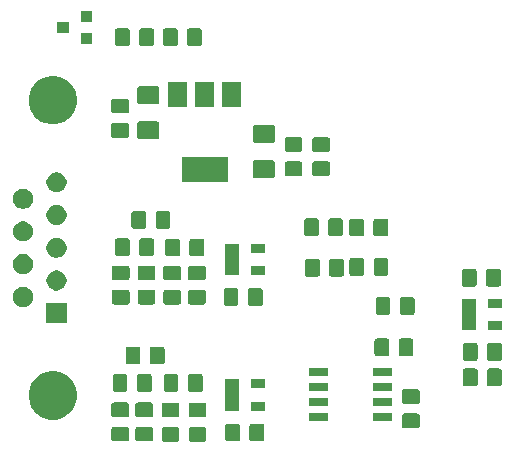
<source format=gbr>
G04 #@! TF.GenerationSoftware,KiCad,Pcbnew,(5.0.2)-1*
G04 #@! TF.CreationDate,2019-02-20T15:00:44+02:00*
G04 #@! TF.ProjectId,APPS_SMD,41505053-5f53-44d4-942e-6b696361645f,rev?*
G04 #@! TF.SameCoordinates,Original*
G04 #@! TF.FileFunction,Soldermask,Top*
G04 #@! TF.FilePolarity,Negative*
%FSLAX46Y46*%
G04 Gerber Fmt 4.6, Leading zero omitted, Abs format (unit mm)*
G04 Created by KiCad (PCBNEW (5.0.2)-1) date 2/20/2019 3:00:44 PM*
%MOMM*%
%LPD*%
G01*
G04 APERTURE LIST*
%ADD10C,0.100000*%
G04 APERTURE END LIST*
D10*
G36*
X57740677Y-61533665D02*
X57778364Y-61545098D01*
X57813103Y-61563666D01*
X57843548Y-61588652D01*
X57868534Y-61619097D01*
X57887102Y-61653836D01*
X57898535Y-61691523D01*
X57903000Y-61736861D01*
X57903000Y-62573539D01*
X57898535Y-62618877D01*
X57887102Y-62656564D01*
X57868534Y-62691303D01*
X57843548Y-62721748D01*
X57813103Y-62746734D01*
X57778364Y-62765302D01*
X57740677Y-62776735D01*
X57695339Y-62781200D01*
X56608661Y-62781200D01*
X56563323Y-62776735D01*
X56525636Y-62765302D01*
X56490897Y-62746734D01*
X56460452Y-62721748D01*
X56435466Y-62691303D01*
X56416898Y-62656564D01*
X56405465Y-62618877D01*
X56401000Y-62573539D01*
X56401000Y-61736861D01*
X56405465Y-61691523D01*
X56416898Y-61653836D01*
X56435466Y-61619097D01*
X56460452Y-61588652D01*
X56490897Y-61563666D01*
X56525636Y-61545098D01*
X56563323Y-61533665D01*
X56608661Y-61529200D01*
X57695339Y-61529200D01*
X57740677Y-61533665D01*
X57740677Y-61533665D01*
G37*
G36*
X60026677Y-61533665D02*
X60064364Y-61545098D01*
X60099103Y-61563666D01*
X60129548Y-61588652D01*
X60154534Y-61619097D01*
X60173102Y-61653836D01*
X60184535Y-61691523D01*
X60189000Y-61736861D01*
X60189000Y-62573539D01*
X60184535Y-62618877D01*
X60173102Y-62656564D01*
X60154534Y-62691303D01*
X60129548Y-62721748D01*
X60099103Y-62746734D01*
X60064364Y-62765302D01*
X60026677Y-62776735D01*
X59981339Y-62781200D01*
X58894661Y-62781200D01*
X58849323Y-62776735D01*
X58811636Y-62765302D01*
X58776897Y-62746734D01*
X58746452Y-62721748D01*
X58721466Y-62691303D01*
X58702898Y-62656564D01*
X58691465Y-62618877D01*
X58687000Y-62573539D01*
X58687000Y-61736861D01*
X58691465Y-61691523D01*
X58702898Y-61653836D01*
X58721466Y-61619097D01*
X58746452Y-61588652D01*
X58776897Y-61563666D01*
X58811636Y-61545098D01*
X58849323Y-61533665D01*
X58894661Y-61529200D01*
X59981339Y-61529200D01*
X60026677Y-61533665D01*
X60026677Y-61533665D01*
G37*
G36*
X55518177Y-61520965D02*
X55555864Y-61532398D01*
X55590603Y-61550966D01*
X55621048Y-61575952D01*
X55646034Y-61606397D01*
X55664602Y-61641136D01*
X55676035Y-61678823D01*
X55680500Y-61724161D01*
X55680500Y-62560839D01*
X55676035Y-62606177D01*
X55664602Y-62643864D01*
X55646034Y-62678603D01*
X55621048Y-62709048D01*
X55590603Y-62734034D01*
X55555864Y-62752602D01*
X55518177Y-62764035D01*
X55472839Y-62768500D01*
X54386161Y-62768500D01*
X54340823Y-62764035D01*
X54303136Y-62752602D01*
X54268397Y-62734034D01*
X54237952Y-62709048D01*
X54212966Y-62678603D01*
X54194398Y-62643864D01*
X54182965Y-62606177D01*
X54178500Y-62560839D01*
X54178500Y-61724161D01*
X54182965Y-61678823D01*
X54194398Y-61641136D01*
X54212966Y-61606397D01*
X54237952Y-61575952D01*
X54268397Y-61550966D01*
X54303136Y-61532398D01*
X54340823Y-61520965D01*
X54386161Y-61516500D01*
X55472839Y-61516500D01*
X55518177Y-61520965D01*
X55518177Y-61520965D01*
G37*
G36*
X53486177Y-61520965D02*
X53523864Y-61532398D01*
X53558603Y-61550966D01*
X53589048Y-61575952D01*
X53614034Y-61606397D01*
X53632602Y-61641136D01*
X53644035Y-61678823D01*
X53648500Y-61724161D01*
X53648500Y-62560839D01*
X53644035Y-62606177D01*
X53632602Y-62643864D01*
X53614034Y-62678603D01*
X53589048Y-62709048D01*
X53558603Y-62734034D01*
X53523864Y-62752602D01*
X53486177Y-62764035D01*
X53440839Y-62768500D01*
X52354161Y-62768500D01*
X52308823Y-62764035D01*
X52271136Y-62752602D01*
X52236397Y-62734034D01*
X52205952Y-62709048D01*
X52180966Y-62678603D01*
X52162398Y-62643864D01*
X52150965Y-62606177D01*
X52146500Y-62560839D01*
X52146500Y-61724161D01*
X52150965Y-61678823D01*
X52162398Y-61641136D01*
X52180966Y-61606397D01*
X52205952Y-61575952D01*
X52236397Y-61550966D01*
X52271136Y-61532398D01*
X52308823Y-61520965D01*
X52354161Y-61516500D01*
X53440839Y-61516500D01*
X53486177Y-61520965D01*
X53486177Y-61520965D01*
G37*
G36*
X62877177Y-61259965D02*
X62914864Y-61271398D01*
X62949603Y-61289966D01*
X62980048Y-61314952D01*
X63005034Y-61345397D01*
X63023602Y-61380136D01*
X63035035Y-61417823D01*
X63039500Y-61463161D01*
X63039500Y-62549839D01*
X63035035Y-62595177D01*
X63023602Y-62632864D01*
X63005034Y-62667603D01*
X62980048Y-62698048D01*
X62949603Y-62723034D01*
X62914864Y-62741602D01*
X62877177Y-62753035D01*
X62831839Y-62757500D01*
X61995161Y-62757500D01*
X61949823Y-62753035D01*
X61912136Y-62741602D01*
X61877397Y-62723034D01*
X61846952Y-62698048D01*
X61821966Y-62667603D01*
X61803398Y-62632864D01*
X61791965Y-62595177D01*
X61787500Y-62549839D01*
X61787500Y-61463161D01*
X61791965Y-61417823D01*
X61803398Y-61380136D01*
X61821966Y-61345397D01*
X61846952Y-61314952D01*
X61877397Y-61289966D01*
X61912136Y-61271398D01*
X61949823Y-61259965D01*
X61995161Y-61255500D01*
X62831839Y-61255500D01*
X62877177Y-61259965D01*
X62877177Y-61259965D01*
G37*
G36*
X64927177Y-61259965D02*
X64964864Y-61271398D01*
X64999603Y-61289966D01*
X65030048Y-61314952D01*
X65055034Y-61345397D01*
X65073602Y-61380136D01*
X65085035Y-61417823D01*
X65089500Y-61463161D01*
X65089500Y-62549839D01*
X65085035Y-62595177D01*
X65073602Y-62632864D01*
X65055034Y-62667603D01*
X65030048Y-62698048D01*
X64999603Y-62723034D01*
X64964864Y-62741602D01*
X64927177Y-62753035D01*
X64881839Y-62757500D01*
X64045161Y-62757500D01*
X63999823Y-62753035D01*
X63962136Y-62741602D01*
X63927397Y-62723034D01*
X63896952Y-62698048D01*
X63871966Y-62667603D01*
X63853398Y-62632864D01*
X63841965Y-62595177D01*
X63837500Y-62549839D01*
X63837500Y-61463161D01*
X63841965Y-61417823D01*
X63853398Y-61380136D01*
X63871966Y-61345397D01*
X63896952Y-61314952D01*
X63927397Y-61289966D01*
X63962136Y-61271398D01*
X63999823Y-61259965D01*
X64045161Y-61255500D01*
X64881839Y-61255500D01*
X64927177Y-61259965D01*
X64927177Y-61259965D01*
G37*
G36*
X78088677Y-60403465D02*
X78126364Y-60414898D01*
X78161103Y-60433466D01*
X78191548Y-60458452D01*
X78216534Y-60488897D01*
X78235102Y-60523636D01*
X78246535Y-60561323D01*
X78251000Y-60606661D01*
X78251000Y-61443339D01*
X78246535Y-61488677D01*
X78235102Y-61526364D01*
X78216534Y-61561103D01*
X78191548Y-61591548D01*
X78161103Y-61616534D01*
X78126364Y-61635102D01*
X78088677Y-61646535D01*
X78043339Y-61651000D01*
X76956661Y-61651000D01*
X76911323Y-61646535D01*
X76873636Y-61635102D01*
X76838897Y-61616534D01*
X76808452Y-61591548D01*
X76783466Y-61561103D01*
X76764898Y-61526364D01*
X76753465Y-61488677D01*
X76749000Y-61443339D01*
X76749000Y-60606661D01*
X76753465Y-60561323D01*
X76764898Y-60523636D01*
X76783466Y-60488897D01*
X76808452Y-60458452D01*
X76838897Y-60433466D01*
X76873636Y-60414898D01*
X76911323Y-60403465D01*
X76956661Y-60399000D01*
X78043339Y-60399000D01*
X78088677Y-60403465D01*
X78088677Y-60403465D01*
G37*
G36*
X75926000Y-61056000D02*
X74274000Y-61056000D01*
X74274000Y-60354000D01*
X75926000Y-60354000D01*
X75926000Y-61056000D01*
X75926000Y-61056000D01*
G37*
G36*
X70526000Y-61056000D02*
X68874000Y-61056000D01*
X68874000Y-60354000D01*
X70526000Y-60354000D01*
X70526000Y-61056000D01*
X70526000Y-61056000D01*
G37*
G36*
X47798252Y-56897818D02*
X47798254Y-56897819D01*
X47798255Y-56897819D01*
X48171513Y-57052427D01*
X48441036Y-57232517D01*
X48507439Y-57276886D01*
X48793114Y-57562561D01*
X48793116Y-57562564D01*
X49017573Y-57898487D01*
X49172181Y-58271745D01*
X49172182Y-58271748D01*
X49251000Y-58667993D01*
X49251000Y-59072007D01*
X49178065Y-59438677D01*
X49172181Y-59468255D01*
X49017573Y-59841513D01*
X49017572Y-59841514D01*
X48793114Y-60177439D01*
X48507439Y-60463114D01*
X48507436Y-60463116D01*
X48171513Y-60687573D01*
X47798255Y-60842181D01*
X47798254Y-60842181D01*
X47798252Y-60842182D01*
X47402007Y-60921000D01*
X46997993Y-60921000D01*
X46601748Y-60842182D01*
X46601746Y-60842181D01*
X46601745Y-60842181D01*
X46228487Y-60687573D01*
X45892564Y-60463116D01*
X45892561Y-60463114D01*
X45606886Y-60177439D01*
X45382428Y-59841514D01*
X45382427Y-59841513D01*
X45227819Y-59468255D01*
X45221936Y-59438677D01*
X45149000Y-59072007D01*
X45149000Y-58667993D01*
X45227818Y-58271748D01*
X45227819Y-58271745D01*
X45382427Y-57898487D01*
X45606884Y-57562564D01*
X45606886Y-57562561D01*
X45892561Y-57276886D01*
X45958964Y-57232517D01*
X46228487Y-57052427D01*
X46601745Y-56897819D01*
X46601746Y-56897819D01*
X46601748Y-56897818D01*
X46997993Y-56819000D01*
X47402007Y-56819000D01*
X47798252Y-56897818D01*
X47798252Y-56897818D01*
G37*
G36*
X60026677Y-59483665D02*
X60064364Y-59495098D01*
X60099103Y-59513666D01*
X60129548Y-59538652D01*
X60154534Y-59569097D01*
X60173102Y-59603836D01*
X60184535Y-59641523D01*
X60189000Y-59686861D01*
X60189000Y-60523539D01*
X60184535Y-60568877D01*
X60173102Y-60606564D01*
X60154534Y-60641303D01*
X60129548Y-60671748D01*
X60099103Y-60696734D01*
X60064364Y-60715302D01*
X60026677Y-60726735D01*
X59981339Y-60731200D01*
X58894661Y-60731200D01*
X58849323Y-60726735D01*
X58811636Y-60715302D01*
X58776897Y-60696734D01*
X58746452Y-60671748D01*
X58721466Y-60641303D01*
X58702898Y-60606564D01*
X58691465Y-60568877D01*
X58687000Y-60523539D01*
X58687000Y-59686861D01*
X58691465Y-59641523D01*
X58702898Y-59603836D01*
X58721466Y-59569097D01*
X58746452Y-59538652D01*
X58776897Y-59513666D01*
X58811636Y-59495098D01*
X58849323Y-59483665D01*
X58894661Y-59479200D01*
X59981339Y-59479200D01*
X60026677Y-59483665D01*
X60026677Y-59483665D01*
G37*
G36*
X57740677Y-59483665D02*
X57778364Y-59495098D01*
X57813103Y-59513666D01*
X57843548Y-59538652D01*
X57868534Y-59569097D01*
X57887102Y-59603836D01*
X57898535Y-59641523D01*
X57903000Y-59686861D01*
X57903000Y-60523539D01*
X57898535Y-60568877D01*
X57887102Y-60606564D01*
X57868534Y-60641303D01*
X57843548Y-60671748D01*
X57813103Y-60696734D01*
X57778364Y-60715302D01*
X57740677Y-60726735D01*
X57695339Y-60731200D01*
X56608661Y-60731200D01*
X56563323Y-60726735D01*
X56525636Y-60715302D01*
X56490897Y-60696734D01*
X56460452Y-60671748D01*
X56435466Y-60641303D01*
X56416898Y-60606564D01*
X56405465Y-60568877D01*
X56401000Y-60523539D01*
X56401000Y-59686861D01*
X56405465Y-59641523D01*
X56416898Y-59603836D01*
X56435466Y-59569097D01*
X56460452Y-59538652D01*
X56490897Y-59513666D01*
X56525636Y-59495098D01*
X56563323Y-59483665D01*
X56608661Y-59479200D01*
X57695339Y-59479200D01*
X57740677Y-59483665D01*
X57740677Y-59483665D01*
G37*
G36*
X55518177Y-59470965D02*
X55555864Y-59482398D01*
X55590603Y-59500966D01*
X55621048Y-59525952D01*
X55646034Y-59556397D01*
X55664602Y-59591136D01*
X55676035Y-59628823D01*
X55680500Y-59674161D01*
X55680500Y-60510839D01*
X55676035Y-60556177D01*
X55664602Y-60593864D01*
X55646034Y-60628603D01*
X55621048Y-60659048D01*
X55590603Y-60684034D01*
X55555864Y-60702602D01*
X55518177Y-60714035D01*
X55472839Y-60718500D01*
X54386161Y-60718500D01*
X54340823Y-60714035D01*
X54303136Y-60702602D01*
X54268397Y-60684034D01*
X54237952Y-60659048D01*
X54212966Y-60628603D01*
X54194398Y-60593864D01*
X54182965Y-60556177D01*
X54178500Y-60510839D01*
X54178500Y-59674161D01*
X54182965Y-59628823D01*
X54194398Y-59591136D01*
X54212966Y-59556397D01*
X54237952Y-59525952D01*
X54268397Y-59500966D01*
X54303136Y-59482398D01*
X54340823Y-59470965D01*
X54386161Y-59466500D01*
X55472839Y-59466500D01*
X55518177Y-59470965D01*
X55518177Y-59470965D01*
G37*
G36*
X53486177Y-59470965D02*
X53523864Y-59482398D01*
X53558603Y-59500966D01*
X53589048Y-59525952D01*
X53614034Y-59556397D01*
X53632602Y-59591136D01*
X53644035Y-59628823D01*
X53648500Y-59674161D01*
X53648500Y-60510839D01*
X53644035Y-60556177D01*
X53632602Y-60593864D01*
X53614034Y-60628603D01*
X53589048Y-60659048D01*
X53558603Y-60684034D01*
X53523864Y-60702602D01*
X53486177Y-60714035D01*
X53440839Y-60718500D01*
X52354161Y-60718500D01*
X52308823Y-60714035D01*
X52271136Y-60702602D01*
X52236397Y-60684034D01*
X52205952Y-60659048D01*
X52180966Y-60628603D01*
X52162398Y-60593864D01*
X52150965Y-60556177D01*
X52146500Y-60510839D01*
X52146500Y-59674161D01*
X52150965Y-59628823D01*
X52162398Y-59591136D01*
X52180966Y-59556397D01*
X52205952Y-59525952D01*
X52236397Y-59500966D01*
X52271136Y-59482398D01*
X52308823Y-59470965D01*
X52354161Y-59466500D01*
X53440839Y-59466500D01*
X53486177Y-59470965D01*
X53486177Y-59470965D01*
G37*
G36*
X62919500Y-60157500D02*
X61757500Y-60157500D01*
X61757500Y-57505500D01*
X62919500Y-57505500D01*
X62919500Y-60157500D01*
X62919500Y-60157500D01*
G37*
G36*
X65119500Y-60157500D02*
X63957500Y-60157500D01*
X63957500Y-59405500D01*
X65119500Y-59405500D01*
X65119500Y-60157500D01*
X65119500Y-60157500D01*
G37*
G36*
X75926000Y-59786000D02*
X74274000Y-59786000D01*
X74274000Y-59084000D01*
X75926000Y-59084000D01*
X75926000Y-59786000D01*
X75926000Y-59786000D01*
G37*
G36*
X70526000Y-59786000D02*
X68874000Y-59786000D01*
X68874000Y-59084000D01*
X70526000Y-59084000D01*
X70526000Y-59786000D01*
X70526000Y-59786000D01*
G37*
G36*
X78088677Y-58353465D02*
X78126364Y-58364898D01*
X78161103Y-58383466D01*
X78191548Y-58408452D01*
X78216534Y-58438897D01*
X78235102Y-58473636D01*
X78246535Y-58511323D01*
X78251000Y-58556661D01*
X78251000Y-59393339D01*
X78246535Y-59438677D01*
X78235102Y-59476364D01*
X78216534Y-59511103D01*
X78191548Y-59541548D01*
X78161103Y-59566534D01*
X78126364Y-59585102D01*
X78088677Y-59596535D01*
X78043339Y-59601000D01*
X76956661Y-59601000D01*
X76911323Y-59596535D01*
X76873636Y-59585102D01*
X76838897Y-59566534D01*
X76808452Y-59541548D01*
X76783466Y-59511103D01*
X76764898Y-59476364D01*
X76753465Y-59438677D01*
X76749000Y-59393339D01*
X76749000Y-58556661D01*
X76753465Y-58511323D01*
X76764898Y-58473636D01*
X76783466Y-58438897D01*
X76808452Y-58408452D01*
X76838897Y-58383466D01*
X76873636Y-58364898D01*
X76911323Y-58353465D01*
X76956661Y-58349000D01*
X78043339Y-58349000D01*
X78088677Y-58353465D01*
X78088677Y-58353465D01*
G37*
G36*
X55402177Y-57068965D02*
X55439864Y-57080398D01*
X55474603Y-57098966D01*
X55505048Y-57123952D01*
X55530034Y-57154397D01*
X55548602Y-57189136D01*
X55560035Y-57226823D01*
X55564500Y-57272161D01*
X55564500Y-58358839D01*
X55560035Y-58404177D01*
X55548602Y-58441864D01*
X55530034Y-58476603D01*
X55505048Y-58507048D01*
X55474603Y-58532034D01*
X55439864Y-58550602D01*
X55402177Y-58562035D01*
X55356839Y-58566500D01*
X54520161Y-58566500D01*
X54474823Y-58562035D01*
X54437136Y-58550602D01*
X54402397Y-58532034D01*
X54371952Y-58507048D01*
X54346966Y-58476603D01*
X54328398Y-58441864D01*
X54316965Y-58404177D01*
X54312500Y-58358839D01*
X54312500Y-57272161D01*
X54316965Y-57226823D01*
X54328398Y-57189136D01*
X54346966Y-57154397D01*
X54371952Y-57123952D01*
X54402397Y-57098966D01*
X54437136Y-57080398D01*
X54474823Y-57068965D01*
X54520161Y-57064500D01*
X55356839Y-57064500D01*
X55402177Y-57068965D01*
X55402177Y-57068965D01*
G37*
G36*
X53352177Y-57068965D02*
X53389864Y-57080398D01*
X53424603Y-57098966D01*
X53455048Y-57123952D01*
X53480034Y-57154397D01*
X53498602Y-57189136D01*
X53510035Y-57226823D01*
X53514500Y-57272161D01*
X53514500Y-58358839D01*
X53510035Y-58404177D01*
X53498602Y-58441864D01*
X53480034Y-58476603D01*
X53455048Y-58507048D01*
X53424603Y-58532034D01*
X53389864Y-58550602D01*
X53352177Y-58562035D01*
X53306839Y-58566500D01*
X52470161Y-58566500D01*
X52424823Y-58562035D01*
X52387136Y-58550602D01*
X52352397Y-58532034D01*
X52321952Y-58507048D01*
X52296966Y-58476603D01*
X52278398Y-58441864D01*
X52266965Y-58404177D01*
X52262500Y-58358839D01*
X52262500Y-57272161D01*
X52266965Y-57226823D01*
X52278398Y-57189136D01*
X52296966Y-57154397D01*
X52321952Y-57123952D01*
X52352397Y-57098966D01*
X52387136Y-57080398D01*
X52424823Y-57068965D01*
X52470161Y-57064500D01*
X53306839Y-57064500D01*
X53352177Y-57068965D01*
X53352177Y-57068965D01*
G37*
G36*
X59720177Y-57068965D02*
X59757864Y-57080398D01*
X59792603Y-57098966D01*
X59823048Y-57123952D01*
X59848034Y-57154397D01*
X59866602Y-57189136D01*
X59878035Y-57226823D01*
X59882500Y-57272161D01*
X59882500Y-58358839D01*
X59878035Y-58404177D01*
X59866602Y-58441864D01*
X59848034Y-58476603D01*
X59823048Y-58507048D01*
X59792603Y-58532034D01*
X59757864Y-58550602D01*
X59720177Y-58562035D01*
X59674839Y-58566500D01*
X58838161Y-58566500D01*
X58792823Y-58562035D01*
X58755136Y-58550602D01*
X58720397Y-58532034D01*
X58689952Y-58507048D01*
X58664966Y-58476603D01*
X58646398Y-58441864D01*
X58634965Y-58404177D01*
X58630500Y-58358839D01*
X58630500Y-57272161D01*
X58634965Y-57226823D01*
X58646398Y-57189136D01*
X58664966Y-57154397D01*
X58689952Y-57123952D01*
X58720397Y-57098966D01*
X58755136Y-57080398D01*
X58792823Y-57068965D01*
X58838161Y-57064500D01*
X59674839Y-57064500D01*
X59720177Y-57068965D01*
X59720177Y-57068965D01*
G37*
G36*
X57670177Y-57068965D02*
X57707864Y-57080398D01*
X57742603Y-57098966D01*
X57773048Y-57123952D01*
X57798034Y-57154397D01*
X57816602Y-57189136D01*
X57828035Y-57226823D01*
X57832500Y-57272161D01*
X57832500Y-58358839D01*
X57828035Y-58404177D01*
X57816602Y-58441864D01*
X57798034Y-58476603D01*
X57773048Y-58507048D01*
X57742603Y-58532034D01*
X57707864Y-58550602D01*
X57670177Y-58562035D01*
X57624839Y-58566500D01*
X56788161Y-58566500D01*
X56742823Y-58562035D01*
X56705136Y-58550602D01*
X56670397Y-58532034D01*
X56639952Y-58507048D01*
X56614966Y-58476603D01*
X56596398Y-58441864D01*
X56584965Y-58404177D01*
X56580500Y-58358839D01*
X56580500Y-57272161D01*
X56584965Y-57226823D01*
X56596398Y-57189136D01*
X56614966Y-57154397D01*
X56639952Y-57123952D01*
X56670397Y-57098966D01*
X56705136Y-57080398D01*
X56742823Y-57068965D01*
X56788161Y-57064500D01*
X57624839Y-57064500D01*
X57670177Y-57068965D01*
X57670177Y-57068965D01*
G37*
G36*
X70526000Y-58516000D02*
X68874000Y-58516000D01*
X68874000Y-57814000D01*
X70526000Y-57814000D01*
X70526000Y-58516000D01*
X70526000Y-58516000D01*
G37*
G36*
X75926000Y-58516000D02*
X74274000Y-58516000D01*
X74274000Y-57814000D01*
X75926000Y-57814000D01*
X75926000Y-58516000D01*
X75926000Y-58516000D01*
G37*
G36*
X65119500Y-58257500D02*
X63957500Y-58257500D01*
X63957500Y-57505500D01*
X65119500Y-57505500D01*
X65119500Y-58257500D01*
X65119500Y-58257500D01*
G37*
G36*
X85042477Y-56593465D02*
X85080164Y-56604898D01*
X85114903Y-56623466D01*
X85145348Y-56648452D01*
X85170334Y-56678897D01*
X85188902Y-56713636D01*
X85200335Y-56751323D01*
X85204800Y-56796661D01*
X85204800Y-57883339D01*
X85200335Y-57928677D01*
X85188902Y-57966364D01*
X85170334Y-58001103D01*
X85145348Y-58031548D01*
X85114903Y-58056534D01*
X85080164Y-58075102D01*
X85042477Y-58086535D01*
X84997139Y-58091000D01*
X84160461Y-58091000D01*
X84115123Y-58086535D01*
X84077436Y-58075102D01*
X84042697Y-58056534D01*
X84012252Y-58031548D01*
X83987266Y-58001103D01*
X83968698Y-57966364D01*
X83957265Y-57928677D01*
X83952800Y-57883339D01*
X83952800Y-56796661D01*
X83957265Y-56751323D01*
X83968698Y-56713636D01*
X83987266Y-56678897D01*
X84012252Y-56648452D01*
X84042697Y-56623466D01*
X84077436Y-56604898D01*
X84115123Y-56593465D01*
X84160461Y-56589000D01*
X84997139Y-56589000D01*
X85042477Y-56593465D01*
X85042477Y-56593465D01*
G37*
G36*
X82992477Y-56593465D02*
X83030164Y-56604898D01*
X83064903Y-56623466D01*
X83095348Y-56648452D01*
X83120334Y-56678897D01*
X83138902Y-56713636D01*
X83150335Y-56751323D01*
X83154800Y-56796661D01*
X83154800Y-57883339D01*
X83150335Y-57928677D01*
X83138902Y-57966364D01*
X83120334Y-58001103D01*
X83095348Y-58031548D01*
X83064903Y-58056534D01*
X83030164Y-58075102D01*
X82992477Y-58086535D01*
X82947139Y-58091000D01*
X82110461Y-58091000D01*
X82065123Y-58086535D01*
X82027436Y-58075102D01*
X81992697Y-58056534D01*
X81962252Y-58031548D01*
X81937266Y-58001103D01*
X81918698Y-57966364D01*
X81907265Y-57928677D01*
X81902800Y-57883339D01*
X81902800Y-56796661D01*
X81907265Y-56751323D01*
X81918698Y-56713636D01*
X81937266Y-56678897D01*
X81962252Y-56648452D01*
X81992697Y-56623466D01*
X82027436Y-56604898D01*
X82065123Y-56593465D01*
X82110461Y-56589000D01*
X82947139Y-56589000D01*
X82992477Y-56593465D01*
X82992477Y-56593465D01*
G37*
G36*
X75926000Y-57246000D02*
X74274000Y-57246000D01*
X74274000Y-56544000D01*
X75926000Y-56544000D01*
X75926000Y-57246000D01*
X75926000Y-57246000D01*
G37*
G36*
X70526000Y-57246000D02*
X68874000Y-57246000D01*
X68874000Y-56544000D01*
X70526000Y-56544000D01*
X70526000Y-57246000D01*
X70526000Y-57246000D01*
G37*
G36*
X54438677Y-54753465D02*
X54476364Y-54764898D01*
X54511103Y-54783466D01*
X54541548Y-54808452D01*
X54566534Y-54838897D01*
X54585102Y-54873636D01*
X54596535Y-54911323D01*
X54601000Y-54956661D01*
X54601000Y-56043339D01*
X54596535Y-56088677D01*
X54585102Y-56126364D01*
X54566534Y-56161103D01*
X54541548Y-56191548D01*
X54511103Y-56216534D01*
X54476364Y-56235102D01*
X54438677Y-56246535D01*
X54393339Y-56251000D01*
X53556661Y-56251000D01*
X53511323Y-56246535D01*
X53473636Y-56235102D01*
X53438897Y-56216534D01*
X53408452Y-56191548D01*
X53383466Y-56161103D01*
X53364898Y-56126364D01*
X53353465Y-56088677D01*
X53349000Y-56043339D01*
X53349000Y-54956661D01*
X53353465Y-54911323D01*
X53364898Y-54873636D01*
X53383466Y-54838897D01*
X53408452Y-54808452D01*
X53438897Y-54783466D01*
X53473636Y-54764898D01*
X53511323Y-54753465D01*
X53556661Y-54749000D01*
X54393339Y-54749000D01*
X54438677Y-54753465D01*
X54438677Y-54753465D01*
G37*
G36*
X56488677Y-54753465D02*
X56526364Y-54764898D01*
X56561103Y-54783466D01*
X56591548Y-54808452D01*
X56616534Y-54838897D01*
X56635102Y-54873636D01*
X56646535Y-54911323D01*
X56651000Y-54956661D01*
X56651000Y-56043339D01*
X56646535Y-56088677D01*
X56635102Y-56126364D01*
X56616534Y-56161103D01*
X56591548Y-56191548D01*
X56561103Y-56216534D01*
X56526364Y-56235102D01*
X56488677Y-56246535D01*
X56443339Y-56251000D01*
X55606661Y-56251000D01*
X55561323Y-56246535D01*
X55523636Y-56235102D01*
X55488897Y-56216534D01*
X55458452Y-56191548D01*
X55433466Y-56161103D01*
X55414898Y-56126364D01*
X55403465Y-56088677D01*
X55399000Y-56043339D01*
X55399000Y-54956661D01*
X55403465Y-54911323D01*
X55414898Y-54873636D01*
X55433466Y-54838897D01*
X55458452Y-54808452D01*
X55488897Y-54783466D01*
X55523636Y-54764898D01*
X55561323Y-54753465D01*
X55606661Y-54749000D01*
X56443339Y-54749000D01*
X56488677Y-54753465D01*
X56488677Y-54753465D01*
G37*
G36*
X82992477Y-54434465D02*
X83030164Y-54445898D01*
X83064903Y-54464466D01*
X83095348Y-54489452D01*
X83120334Y-54519897D01*
X83138902Y-54554636D01*
X83150335Y-54592323D01*
X83154800Y-54637661D01*
X83154800Y-55724339D01*
X83150335Y-55769677D01*
X83138902Y-55807364D01*
X83120334Y-55842103D01*
X83095348Y-55872548D01*
X83064903Y-55897534D01*
X83030164Y-55916102D01*
X82992477Y-55927535D01*
X82947139Y-55932000D01*
X82110461Y-55932000D01*
X82065123Y-55927535D01*
X82027436Y-55916102D01*
X81992697Y-55897534D01*
X81962252Y-55872548D01*
X81937266Y-55842103D01*
X81918698Y-55807364D01*
X81907265Y-55769677D01*
X81902800Y-55724339D01*
X81902800Y-54637661D01*
X81907265Y-54592323D01*
X81918698Y-54554636D01*
X81937266Y-54519897D01*
X81962252Y-54489452D01*
X81992697Y-54464466D01*
X82027436Y-54445898D01*
X82065123Y-54434465D01*
X82110461Y-54430000D01*
X82947139Y-54430000D01*
X82992477Y-54434465D01*
X82992477Y-54434465D01*
G37*
G36*
X85042477Y-54434465D02*
X85080164Y-54445898D01*
X85114903Y-54464466D01*
X85145348Y-54489452D01*
X85170334Y-54519897D01*
X85188902Y-54554636D01*
X85200335Y-54592323D01*
X85204800Y-54637661D01*
X85204800Y-55724339D01*
X85200335Y-55769677D01*
X85188902Y-55807364D01*
X85170334Y-55842103D01*
X85145348Y-55872548D01*
X85114903Y-55897534D01*
X85080164Y-55916102D01*
X85042477Y-55927535D01*
X84997139Y-55932000D01*
X84160461Y-55932000D01*
X84115123Y-55927535D01*
X84077436Y-55916102D01*
X84042697Y-55897534D01*
X84012252Y-55872548D01*
X83987266Y-55842103D01*
X83968698Y-55807364D01*
X83957265Y-55769677D01*
X83952800Y-55724339D01*
X83952800Y-54637661D01*
X83957265Y-54592323D01*
X83968698Y-54554636D01*
X83987266Y-54519897D01*
X84012252Y-54489452D01*
X84042697Y-54464466D01*
X84077436Y-54445898D01*
X84115123Y-54434465D01*
X84160461Y-54430000D01*
X84997139Y-54430000D01*
X85042477Y-54434465D01*
X85042477Y-54434465D01*
G37*
G36*
X77563677Y-54053465D02*
X77601364Y-54064898D01*
X77636103Y-54083466D01*
X77666548Y-54108452D01*
X77691534Y-54138897D01*
X77710102Y-54173636D01*
X77721535Y-54211323D01*
X77726000Y-54256661D01*
X77726000Y-55343339D01*
X77721535Y-55388677D01*
X77710102Y-55426364D01*
X77691534Y-55461103D01*
X77666548Y-55491548D01*
X77636103Y-55516534D01*
X77601364Y-55535102D01*
X77563677Y-55546535D01*
X77518339Y-55551000D01*
X76681661Y-55551000D01*
X76636323Y-55546535D01*
X76598636Y-55535102D01*
X76563897Y-55516534D01*
X76533452Y-55491548D01*
X76508466Y-55461103D01*
X76489898Y-55426364D01*
X76478465Y-55388677D01*
X76474000Y-55343339D01*
X76474000Y-54256661D01*
X76478465Y-54211323D01*
X76489898Y-54173636D01*
X76508466Y-54138897D01*
X76533452Y-54108452D01*
X76563897Y-54083466D01*
X76598636Y-54064898D01*
X76636323Y-54053465D01*
X76681661Y-54049000D01*
X77518339Y-54049000D01*
X77563677Y-54053465D01*
X77563677Y-54053465D01*
G37*
G36*
X75513677Y-54053465D02*
X75551364Y-54064898D01*
X75586103Y-54083466D01*
X75616548Y-54108452D01*
X75641534Y-54138897D01*
X75660102Y-54173636D01*
X75671535Y-54211323D01*
X75676000Y-54256661D01*
X75676000Y-55343339D01*
X75671535Y-55388677D01*
X75660102Y-55426364D01*
X75641534Y-55461103D01*
X75616548Y-55491548D01*
X75586103Y-55516534D01*
X75551364Y-55535102D01*
X75513677Y-55546535D01*
X75468339Y-55551000D01*
X74631661Y-55551000D01*
X74586323Y-55546535D01*
X74548636Y-55535102D01*
X74513897Y-55516534D01*
X74483452Y-55491548D01*
X74458466Y-55461103D01*
X74439898Y-55426364D01*
X74428465Y-55388677D01*
X74424000Y-55343339D01*
X74424000Y-54256661D01*
X74428465Y-54211323D01*
X74439898Y-54173636D01*
X74458466Y-54138897D01*
X74483452Y-54108452D01*
X74513897Y-54083466D01*
X74548636Y-54064898D01*
X74586323Y-54053465D01*
X74631661Y-54049000D01*
X75468339Y-54049000D01*
X75513677Y-54053465D01*
X75513677Y-54053465D01*
G37*
G36*
X85234800Y-53332000D02*
X84072800Y-53332000D01*
X84072800Y-52580000D01*
X85234800Y-52580000D01*
X85234800Y-53332000D01*
X85234800Y-53332000D01*
G37*
G36*
X83034800Y-53332000D02*
X81872800Y-53332000D01*
X81872800Y-50680000D01*
X83034800Y-50680000D01*
X83034800Y-53332000D01*
X83034800Y-53332000D01*
G37*
G36*
X48351000Y-52761000D02*
X46649000Y-52761000D01*
X46649000Y-51059000D01*
X48351000Y-51059000D01*
X48351000Y-52761000D01*
X48351000Y-52761000D01*
G37*
G36*
X75613677Y-50553465D02*
X75651364Y-50564898D01*
X75686103Y-50583466D01*
X75716548Y-50608452D01*
X75741534Y-50638897D01*
X75760102Y-50673636D01*
X75771535Y-50711323D01*
X75776000Y-50756661D01*
X75776000Y-51843339D01*
X75771535Y-51888677D01*
X75760102Y-51926364D01*
X75741534Y-51961103D01*
X75716548Y-51991548D01*
X75686103Y-52016534D01*
X75651364Y-52035102D01*
X75613677Y-52046535D01*
X75568339Y-52051000D01*
X74731661Y-52051000D01*
X74686323Y-52046535D01*
X74648636Y-52035102D01*
X74613897Y-52016534D01*
X74583452Y-51991548D01*
X74558466Y-51961103D01*
X74539898Y-51926364D01*
X74528465Y-51888677D01*
X74524000Y-51843339D01*
X74524000Y-50756661D01*
X74528465Y-50711323D01*
X74539898Y-50673636D01*
X74558466Y-50638897D01*
X74583452Y-50608452D01*
X74613897Y-50583466D01*
X74648636Y-50564898D01*
X74686323Y-50553465D01*
X74731661Y-50549000D01*
X75568339Y-50549000D01*
X75613677Y-50553465D01*
X75613677Y-50553465D01*
G37*
G36*
X77663677Y-50553465D02*
X77701364Y-50564898D01*
X77736103Y-50583466D01*
X77766548Y-50608452D01*
X77791534Y-50638897D01*
X77810102Y-50673636D01*
X77821535Y-50711323D01*
X77826000Y-50756661D01*
X77826000Y-51843339D01*
X77821535Y-51888677D01*
X77810102Y-51926364D01*
X77791534Y-51961103D01*
X77766548Y-51991548D01*
X77736103Y-52016534D01*
X77701364Y-52035102D01*
X77663677Y-52046535D01*
X77618339Y-52051000D01*
X76781661Y-52051000D01*
X76736323Y-52046535D01*
X76698636Y-52035102D01*
X76663897Y-52016534D01*
X76633452Y-51991548D01*
X76608466Y-51961103D01*
X76589898Y-51926364D01*
X76578465Y-51888677D01*
X76574000Y-51843339D01*
X76574000Y-50756661D01*
X76578465Y-50711323D01*
X76589898Y-50673636D01*
X76608466Y-50638897D01*
X76633452Y-50608452D01*
X76663897Y-50583466D01*
X76698636Y-50564898D01*
X76736323Y-50553465D01*
X76781661Y-50549000D01*
X77618339Y-50549000D01*
X77663677Y-50553465D01*
X77663677Y-50553465D01*
G37*
G36*
X85234800Y-51432000D02*
X84072800Y-51432000D01*
X84072800Y-50680000D01*
X85234800Y-50680000D01*
X85234800Y-51432000D01*
X85234800Y-51432000D01*
G37*
G36*
X44908228Y-49706703D02*
X45063100Y-49770853D01*
X45202481Y-49863985D01*
X45321015Y-49982519D01*
X45414147Y-50121900D01*
X45478297Y-50276772D01*
X45511000Y-50441184D01*
X45511000Y-50608816D01*
X45478297Y-50773228D01*
X45414147Y-50928100D01*
X45321015Y-51067481D01*
X45202481Y-51186015D01*
X45063100Y-51279147D01*
X44908228Y-51343297D01*
X44743816Y-51376000D01*
X44576184Y-51376000D01*
X44411772Y-51343297D01*
X44256900Y-51279147D01*
X44117519Y-51186015D01*
X43998985Y-51067481D01*
X43905853Y-50928100D01*
X43841703Y-50773228D01*
X43809000Y-50608816D01*
X43809000Y-50441184D01*
X43841703Y-50276772D01*
X43905853Y-50121900D01*
X43998985Y-49982519D01*
X44117519Y-49863985D01*
X44256900Y-49770853D01*
X44411772Y-49706703D01*
X44576184Y-49674000D01*
X44743816Y-49674000D01*
X44908228Y-49706703D01*
X44908228Y-49706703D01*
G37*
G36*
X64800177Y-49791865D02*
X64837864Y-49803298D01*
X64872603Y-49821866D01*
X64903048Y-49846852D01*
X64928034Y-49877297D01*
X64946602Y-49912036D01*
X64958035Y-49949723D01*
X64962500Y-49995061D01*
X64962500Y-51081739D01*
X64958035Y-51127077D01*
X64946602Y-51164764D01*
X64928034Y-51199503D01*
X64903048Y-51229948D01*
X64872603Y-51254934D01*
X64837864Y-51273502D01*
X64800177Y-51284935D01*
X64754839Y-51289400D01*
X63918161Y-51289400D01*
X63872823Y-51284935D01*
X63835136Y-51273502D01*
X63800397Y-51254934D01*
X63769952Y-51229948D01*
X63744966Y-51199503D01*
X63726398Y-51164764D01*
X63714965Y-51127077D01*
X63710500Y-51081739D01*
X63710500Y-49995061D01*
X63714965Y-49949723D01*
X63726398Y-49912036D01*
X63744966Y-49877297D01*
X63769952Y-49846852D01*
X63800397Y-49821866D01*
X63835136Y-49803298D01*
X63872823Y-49791865D01*
X63918161Y-49787400D01*
X64754839Y-49787400D01*
X64800177Y-49791865D01*
X64800177Y-49791865D01*
G37*
G36*
X62750177Y-49791865D02*
X62787864Y-49803298D01*
X62822603Y-49821866D01*
X62853048Y-49846852D01*
X62878034Y-49877297D01*
X62896602Y-49912036D01*
X62908035Y-49949723D01*
X62912500Y-49995061D01*
X62912500Y-51081739D01*
X62908035Y-51127077D01*
X62896602Y-51164764D01*
X62878034Y-51199503D01*
X62853048Y-51229948D01*
X62822603Y-51254934D01*
X62787864Y-51273502D01*
X62750177Y-51284935D01*
X62704839Y-51289400D01*
X61868161Y-51289400D01*
X61822823Y-51284935D01*
X61785136Y-51273502D01*
X61750397Y-51254934D01*
X61719952Y-51229948D01*
X61694966Y-51199503D01*
X61676398Y-51164764D01*
X61664965Y-51127077D01*
X61660500Y-51081739D01*
X61660500Y-49995061D01*
X61664965Y-49949723D01*
X61676398Y-49912036D01*
X61694966Y-49877297D01*
X61719952Y-49846852D01*
X61750397Y-49821866D01*
X61785136Y-49803298D01*
X61822823Y-49791865D01*
X61868161Y-49787400D01*
X62704839Y-49787400D01*
X62750177Y-49791865D01*
X62750177Y-49791865D01*
G37*
G36*
X59975877Y-49925865D02*
X60013564Y-49937298D01*
X60048303Y-49955866D01*
X60078748Y-49980852D01*
X60103734Y-50011297D01*
X60122302Y-50046036D01*
X60133735Y-50083723D01*
X60138200Y-50129061D01*
X60138200Y-50965739D01*
X60133735Y-51011077D01*
X60122302Y-51048764D01*
X60103734Y-51083503D01*
X60078748Y-51113948D01*
X60048303Y-51138934D01*
X60013564Y-51157502D01*
X59975877Y-51168935D01*
X59930539Y-51173400D01*
X58843861Y-51173400D01*
X58798523Y-51168935D01*
X58760836Y-51157502D01*
X58726097Y-51138934D01*
X58695652Y-51113948D01*
X58670666Y-51083503D01*
X58652098Y-51048764D01*
X58640665Y-51011077D01*
X58636200Y-50965739D01*
X58636200Y-50129061D01*
X58640665Y-50083723D01*
X58652098Y-50046036D01*
X58670666Y-50011297D01*
X58695652Y-49980852D01*
X58726097Y-49955866D01*
X58760836Y-49937298D01*
X58798523Y-49925865D01*
X58843861Y-49921400D01*
X59930539Y-49921400D01*
X59975877Y-49925865D01*
X59975877Y-49925865D01*
G37*
G36*
X55708677Y-49925865D02*
X55746364Y-49937298D01*
X55781103Y-49955866D01*
X55811548Y-49980852D01*
X55836534Y-50011297D01*
X55855102Y-50046036D01*
X55866535Y-50083723D01*
X55871000Y-50129061D01*
X55871000Y-50965739D01*
X55866535Y-51011077D01*
X55855102Y-51048764D01*
X55836534Y-51083503D01*
X55811548Y-51113948D01*
X55781103Y-51138934D01*
X55746364Y-51157502D01*
X55708677Y-51168935D01*
X55663339Y-51173400D01*
X54576661Y-51173400D01*
X54531323Y-51168935D01*
X54493636Y-51157502D01*
X54458897Y-51138934D01*
X54428452Y-51113948D01*
X54403466Y-51083503D01*
X54384898Y-51048764D01*
X54373465Y-51011077D01*
X54369000Y-50965739D01*
X54369000Y-50129061D01*
X54373465Y-50083723D01*
X54384898Y-50046036D01*
X54403466Y-50011297D01*
X54428452Y-49980852D01*
X54458897Y-49955866D01*
X54493636Y-49937298D01*
X54531323Y-49925865D01*
X54576661Y-49921400D01*
X55663339Y-49921400D01*
X55708677Y-49925865D01*
X55708677Y-49925865D01*
G37*
G36*
X53524277Y-49925865D02*
X53561964Y-49937298D01*
X53596703Y-49955866D01*
X53627148Y-49980852D01*
X53652134Y-50011297D01*
X53670702Y-50046036D01*
X53682135Y-50083723D01*
X53686600Y-50129061D01*
X53686600Y-50965739D01*
X53682135Y-51011077D01*
X53670702Y-51048764D01*
X53652134Y-51083503D01*
X53627148Y-51113948D01*
X53596703Y-51138934D01*
X53561964Y-51157502D01*
X53524277Y-51168935D01*
X53478939Y-51173400D01*
X52392261Y-51173400D01*
X52346923Y-51168935D01*
X52309236Y-51157502D01*
X52274497Y-51138934D01*
X52244052Y-51113948D01*
X52219066Y-51083503D01*
X52200498Y-51048764D01*
X52189065Y-51011077D01*
X52184600Y-50965739D01*
X52184600Y-50129061D01*
X52189065Y-50083723D01*
X52200498Y-50046036D01*
X52219066Y-50011297D01*
X52244052Y-49980852D01*
X52274497Y-49955866D01*
X52309236Y-49937298D01*
X52346923Y-49925865D01*
X52392261Y-49921400D01*
X53478939Y-49921400D01*
X53524277Y-49925865D01*
X53524277Y-49925865D01*
G37*
G36*
X57893077Y-49925865D02*
X57930764Y-49937298D01*
X57965503Y-49955866D01*
X57995948Y-49980852D01*
X58020934Y-50011297D01*
X58039502Y-50046036D01*
X58050935Y-50083723D01*
X58055400Y-50129061D01*
X58055400Y-50965739D01*
X58050935Y-51011077D01*
X58039502Y-51048764D01*
X58020934Y-51083503D01*
X57995948Y-51113948D01*
X57965503Y-51138934D01*
X57930764Y-51157502D01*
X57893077Y-51168935D01*
X57847739Y-51173400D01*
X56761061Y-51173400D01*
X56715723Y-51168935D01*
X56678036Y-51157502D01*
X56643297Y-51138934D01*
X56612852Y-51113948D01*
X56587866Y-51083503D01*
X56569298Y-51048764D01*
X56557865Y-51011077D01*
X56553400Y-50965739D01*
X56553400Y-50129061D01*
X56557865Y-50083723D01*
X56569298Y-50046036D01*
X56587866Y-50011297D01*
X56612852Y-49980852D01*
X56643297Y-49955866D01*
X56678036Y-49937298D01*
X56715723Y-49925865D01*
X56761061Y-49921400D01*
X57847739Y-49921400D01*
X57893077Y-49925865D01*
X57893077Y-49925865D01*
G37*
G36*
X47748228Y-48321703D02*
X47903100Y-48385853D01*
X48042481Y-48478985D01*
X48161015Y-48597519D01*
X48254147Y-48736900D01*
X48318297Y-48891772D01*
X48351000Y-49056184D01*
X48351000Y-49223816D01*
X48318297Y-49388228D01*
X48254147Y-49543100D01*
X48161015Y-49682481D01*
X48042481Y-49801015D01*
X47903100Y-49894147D01*
X47748228Y-49958297D01*
X47583816Y-49991000D01*
X47416184Y-49991000D01*
X47251772Y-49958297D01*
X47096900Y-49894147D01*
X46957519Y-49801015D01*
X46838985Y-49682481D01*
X46745853Y-49543100D01*
X46681703Y-49388228D01*
X46649000Y-49223816D01*
X46649000Y-49056184D01*
X46681703Y-48891772D01*
X46745853Y-48736900D01*
X46838985Y-48597519D01*
X46957519Y-48478985D01*
X47096900Y-48385853D01*
X47251772Y-48321703D01*
X47416184Y-48289000D01*
X47583816Y-48289000D01*
X47748228Y-48321703D01*
X47748228Y-48321703D01*
G37*
G36*
X84966277Y-48160665D02*
X85003964Y-48172098D01*
X85038703Y-48190666D01*
X85069148Y-48215652D01*
X85094134Y-48246097D01*
X85112702Y-48280836D01*
X85124135Y-48318523D01*
X85128600Y-48363861D01*
X85128600Y-49450539D01*
X85124135Y-49495877D01*
X85112702Y-49533564D01*
X85094134Y-49568303D01*
X85069148Y-49598748D01*
X85038703Y-49623734D01*
X85003964Y-49642302D01*
X84966277Y-49653735D01*
X84920939Y-49658200D01*
X84084261Y-49658200D01*
X84038923Y-49653735D01*
X84001236Y-49642302D01*
X83966497Y-49623734D01*
X83936052Y-49598748D01*
X83911066Y-49568303D01*
X83892498Y-49533564D01*
X83881065Y-49495877D01*
X83876600Y-49450539D01*
X83876600Y-48363861D01*
X83881065Y-48318523D01*
X83892498Y-48280836D01*
X83911066Y-48246097D01*
X83936052Y-48215652D01*
X83966497Y-48190666D01*
X84001236Y-48172098D01*
X84038923Y-48160665D01*
X84084261Y-48156200D01*
X84920939Y-48156200D01*
X84966277Y-48160665D01*
X84966277Y-48160665D01*
G37*
G36*
X82916277Y-48160665D02*
X82953964Y-48172098D01*
X82988703Y-48190666D01*
X83019148Y-48215652D01*
X83044134Y-48246097D01*
X83062702Y-48280836D01*
X83074135Y-48318523D01*
X83078600Y-48363861D01*
X83078600Y-49450539D01*
X83074135Y-49495877D01*
X83062702Y-49533564D01*
X83044134Y-49568303D01*
X83019148Y-49598748D01*
X82988703Y-49623734D01*
X82953964Y-49642302D01*
X82916277Y-49653735D01*
X82870939Y-49658200D01*
X82034261Y-49658200D01*
X81988923Y-49653735D01*
X81951236Y-49642302D01*
X81916497Y-49623734D01*
X81886052Y-49598748D01*
X81861066Y-49568303D01*
X81842498Y-49533564D01*
X81831065Y-49495877D01*
X81826600Y-49450539D01*
X81826600Y-48363861D01*
X81831065Y-48318523D01*
X81842498Y-48280836D01*
X81861066Y-48246097D01*
X81886052Y-48215652D01*
X81916497Y-48190666D01*
X81951236Y-48172098D01*
X81988923Y-48160665D01*
X82034261Y-48156200D01*
X82870939Y-48156200D01*
X82916277Y-48160665D01*
X82916277Y-48160665D01*
G37*
G36*
X57893077Y-47875865D02*
X57930764Y-47887298D01*
X57965503Y-47905866D01*
X57995948Y-47930852D01*
X58020934Y-47961297D01*
X58039502Y-47996036D01*
X58050935Y-48033723D01*
X58055400Y-48079061D01*
X58055400Y-48915739D01*
X58050935Y-48961077D01*
X58039502Y-48998764D01*
X58020934Y-49033503D01*
X57995948Y-49063948D01*
X57965503Y-49088934D01*
X57930764Y-49107502D01*
X57893077Y-49118935D01*
X57847739Y-49123400D01*
X56761061Y-49123400D01*
X56715723Y-49118935D01*
X56678036Y-49107502D01*
X56643297Y-49088934D01*
X56612852Y-49063948D01*
X56587866Y-49033503D01*
X56569298Y-48998764D01*
X56557865Y-48961077D01*
X56553400Y-48915739D01*
X56553400Y-48079061D01*
X56557865Y-48033723D01*
X56569298Y-47996036D01*
X56587866Y-47961297D01*
X56612852Y-47930852D01*
X56643297Y-47905866D01*
X56678036Y-47887298D01*
X56715723Y-47875865D01*
X56761061Y-47871400D01*
X57847739Y-47871400D01*
X57893077Y-47875865D01*
X57893077Y-47875865D01*
G37*
G36*
X53524277Y-47875865D02*
X53561964Y-47887298D01*
X53596703Y-47905866D01*
X53627148Y-47930852D01*
X53652134Y-47961297D01*
X53670702Y-47996036D01*
X53682135Y-48033723D01*
X53686600Y-48079061D01*
X53686600Y-48915739D01*
X53682135Y-48961077D01*
X53670702Y-48998764D01*
X53652134Y-49033503D01*
X53627148Y-49063948D01*
X53596703Y-49088934D01*
X53561964Y-49107502D01*
X53524277Y-49118935D01*
X53478939Y-49123400D01*
X52392261Y-49123400D01*
X52346923Y-49118935D01*
X52309236Y-49107502D01*
X52274497Y-49088934D01*
X52244052Y-49063948D01*
X52219066Y-49033503D01*
X52200498Y-48998764D01*
X52189065Y-48961077D01*
X52184600Y-48915739D01*
X52184600Y-48079061D01*
X52189065Y-48033723D01*
X52200498Y-47996036D01*
X52219066Y-47961297D01*
X52244052Y-47930852D01*
X52274497Y-47905866D01*
X52309236Y-47887298D01*
X52346923Y-47875865D01*
X52392261Y-47871400D01*
X53478939Y-47871400D01*
X53524277Y-47875865D01*
X53524277Y-47875865D01*
G37*
G36*
X59975877Y-47875865D02*
X60013564Y-47887298D01*
X60048303Y-47905866D01*
X60078748Y-47930852D01*
X60103734Y-47961297D01*
X60122302Y-47996036D01*
X60133735Y-48033723D01*
X60138200Y-48079061D01*
X60138200Y-48915739D01*
X60133735Y-48961077D01*
X60122302Y-48998764D01*
X60103734Y-49033503D01*
X60078748Y-49063948D01*
X60048303Y-49088934D01*
X60013564Y-49107502D01*
X59975877Y-49118935D01*
X59930539Y-49123400D01*
X58843861Y-49123400D01*
X58798523Y-49118935D01*
X58760836Y-49107502D01*
X58726097Y-49088934D01*
X58695652Y-49063948D01*
X58670666Y-49033503D01*
X58652098Y-48998764D01*
X58640665Y-48961077D01*
X58636200Y-48915739D01*
X58636200Y-48079061D01*
X58640665Y-48033723D01*
X58652098Y-47996036D01*
X58670666Y-47961297D01*
X58695652Y-47930852D01*
X58726097Y-47905866D01*
X58760836Y-47887298D01*
X58798523Y-47875865D01*
X58843861Y-47871400D01*
X59930539Y-47871400D01*
X59975877Y-47875865D01*
X59975877Y-47875865D01*
G37*
G36*
X55708677Y-47875865D02*
X55746364Y-47887298D01*
X55781103Y-47905866D01*
X55811548Y-47930852D01*
X55836534Y-47961297D01*
X55855102Y-47996036D01*
X55866535Y-48033723D01*
X55871000Y-48079061D01*
X55871000Y-48915739D01*
X55866535Y-48961077D01*
X55855102Y-48998764D01*
X55836534Y-49033503D01*
X55811548Y-49063948D01*
X55781103Y-49088934D01*
X55746364Y-49107502D01*
X55708677Y-49118935D01*
X55663339Y-49123400D01*
X54576661Y-49123400D01*
X54531323Y-49118935D01*
X54493636Y-49107502D01*
X54458897Y-49088934D01*
X54428452Y-49063948D01*
X54403466Y-49033503D01*
X54384898Y-48998764D01*
X54373465Y-48961077D01*
X54369000Y-48915739D01*
X54369000Y-48079061D01*
X54373465Y-48033723D01*
X54384898Y-47996036D01*
X54403466Y-47961297D01*
X54428452Y-47930852D01*
X54458897Y-47905866D01*
X54493636Y-47887298D01*
X54531323Y-47875865D01*
X54576661Y-47871400D01*
X55663339Y-47871400D01*
X55708677Y-47875865D01*
X55708677Y-47875865D01*
G37*
G36*
X71677678Y-47316465D02*
X71715365Y-47327898D01*
X71750104Y-47346466D01*
X71780549Y-47371452D01*
X71805535Y-47401897D01*
X71824103Y-47436636D01*
X71835536Y-47474323D01*
X71840001Y-47519661D01*
X71840001Y-48606339D01*
X71835536Y-48651677D01*
X71824103Y-48689364D01*
X71805535Y-48724103D01*
X71780549Y-48754548D01*
X71750104Y-48779534D01*
X71715365Y-48798102D01*
X71677678Y-48809535D01*
X71632340Y-48814000D01*
X70795662Y-48814000D01*
X70750324Y-48809535D01*
X70712637Y-48798102D01*
X70677898Y-48779534D01*
X70647453Y-48754548D01*
X70622467Y-48724103D01*
X70603899Y-48689364D01*
X70592466Y-48651677D01*
X70588001Y-48606339D01*
X70588001Y-47519661D01*
X70592466Y-47474323D01*
X70603899Y-47436636D01*
X70622467Y-47401897D01*
X70647453Y-47371452D01*
X70677898Y-47346466D01*
X70712637Y-47327898D01*
X70750324Y-47316465D01*
X70795662Y-47312000D01*
X71632340Y-47312000D01*
X71677678Y-47316465D01*
X71677678Y-47316465D01*
G37*
G36*
X69627678Y-47316465D02*
X69665365Y-47327898D01*
X69700104Y-47346466D01*
X69730549Y-47371452D01*
X69755535Y-47401897D01*
X69774103Y-47436636D01*
X69785536Y-47474323D01*
X69790001Y-47519661D01*
X69790001Y-48606339D01*
X69785536Y-48651677D01*
X69774103Y-48689364D01*
X69755535Y-48724103D01*
X69730549Y-48754548D01*
X69700104Y-48779534D01*
X69665365Y-48798102D01*
X69627678Y-48809535D01*
X69582340Y-48814000D01*
X68745662Y-48814000D01*
X68700324Y-48809535D01*
X68662637Y-48798102D01*
X68627898Y-48779534D01*
X68597453Y-48754548D01*
X68572467Y-48724103D01*
X68553899Y-48689364D01*
X68542466Y-48651677D01*
X68538001Y-48606339D01*
X68538001Y-47519661D01*
X68542466Y-47474323D01*
X68553899Y-47436636D01*
X68572467Y-47401897D01*
X68597453Y-47371452D01*
X68627898Y-47346466D01*
X68662637Y-47327898D01*
X68700324Y-47316465D01*
X68745662Y-47312000D01*
X69582340Y-47312000D01*
X69627678Y-47316465D01*
X69627678Y-47316465D01*
G37*
G36*
X75437678Y-47241466D02*
X75475365Y-47252899D01*
X75510104Y-47271467D01*
X75540549Y-47296453D01*
X75565535Y-47326898D01*
X75584103Y-47361637D01*
X75595536Y-47399324D01*
X75600001Y-47444662D01*
X75600001Y-48531340D01*
X75595536Y-48576678D01*
X75584103Y-48614365D01*
X75565535Y-48649104D01*
X75540549Y-48679549D01*
X75510104Y-48704535D01*
X75475365Y-48723103D01*
X75437678Y-48734536D01*
X75392340Y-48739001D01*
X74555662Y-48739001D01*
X74510324Y-48734536D01*
X74472637Y-48723103D01*
X74437898Y-48704535D01*
X74407453Y-48679549D01*
X74382467Y-48649104D01*
X74363899Y-48614365D01*
X74352466Y-48576678D01*
X74348001Y-48531340D01*
X74348001Y-47444662D01*
X74352466Y-47399324D01*
X74363899Y-47361637D01*
X74382467Y-47326898D01*
X74407453Y-47296453D01*
X74437898Y-47271467D01*
X74472637Y-47252899D01*
X74510324Y-47241466D01*
X74555662Y-47237001D01*
X75392340Y-47237001D01*
X75437678Y-47241466D01*
X75437678Y-47241466D01*
G37*
G36*
X73387678Y-47241466D02*
X73425365Y-47252899D01*
X73460104Y-47271467D01*
X73490549Y-47296453D01*
X73515535Y-47326898D01*
X73534103Y-47361637D01*
X73545536Y-47399324D01*
X73550001Y-47444662D01*
X73550001Y-48531340D01*
X73545536Y-48576678D01*
X73534103Y-48614365D01*
X73515535Y-48649104D01*
X73490549Y-48679549D01*
X73460104Y-48704535D01*
X73425365Y-48723103D01*
X73387678Y-48734536D01*
X73342340Y-48739001D01*
X72505662Y-48739001D01*
X72460324Y-48734536D01*
X72422637Y-48723103D01*
X72387898Y-48704535D01*
X72357453Y-48679549D01*
X72332467Y-48649104D01*
X72313899Y-48614365D01*
X72302466Y-48576678D01*
X72298001Y-48531340D01*
X72298001Y-47444662D01*
X72302466Y-47399324D01*
X72313899Y-47361637D01*
X72332467Y-47326898D01*
X72357453Y-47296453D01*
X72387898Y-47271467D01*
X72422637Y-47252899D01*
X72460324Y-47241466D01*
X72505662Y-47237001D01*
X73342340Y-47237001D01*
X73387678Y-47241466D01*
X73387678Y-47241466D01*
G37*
G36*
X65119500Y-48689400D02*
X63957500Y-48689400D01*
X63957500Y-47937400D01*
X65119500Y-47937400D01*
X65119500Y-48689400D01*
X65119500Y-48689400D01*
G37*
G36*
X62919500Y-48689400D02*
X61757500Y-48689400D01*
X61757500Y-46037400D01*
X62919500Y-46037400D01*
X62919500Y-48689400D01*
X62919500Y-48689400D01*
G37*
G36*
X44908228Y-46936703D02*
X45063100Y-47000853D01*
X45202481Y-47093985D01*
X45321015Y-47212519D01*
X45414147Y-47351900D01*
X45478297Y-47506772D01*
X45511000Y-47671184D01*
X45511000Y-47838816D01*
X45478297Y-48003228D01*
X45414147Y-48158100D01*
X45321015Y-48297481D01*
X45202481Y-48416015D01*
X45063100Y-48509147D01*
X44908228Y-48573297D01*
X44743816Y-48606000D01*
X44576184Y-48606000D01*
X44411772Y-48573297D01*
X44256900Y-48509147D01*
X44117519Y-48416015D01*
X43998985Y-48297481D01*
X43905853Y-48158100D01*
X43841703Y-48003228D01*
X43809000Y-47838816D01*
X43809000Y-47671184D01*
X43841703Y-47506772D01*
X43905853Y-47351900D01*
X43998985Y-47212519D01*
X44117519Y-47093985D01*
X44256900Y-47000853D01*
X44411772Y-46936703D01*
X44576184Y-46904000D01*
X44743816Y-46904000D01*
X44908228Y-46936703D01*
X44908228Y-46936703D01*
G37*
G36*
X47748228Y-45551703D02*
X47903100Y-45615853D01*
X48042481Y-45708985D01*
X48161015Y-45827519D01*
X48254147Y-45966900D01*
X48318297Y-46121772D01*
X48351000Y-46286184D01*
X48351000Y-46453816D01*
X48318297Y-46618228D01*
X48254147Y-46773100D01*
X48161015Y-46912481D01*
X48042481Y-47031015D01*
X47903100Y-47124147D01*
X47748228Y-47188297D01*
X47583816Y-47221000D01*
X47416184Y-47221000D01*
X47251772Y-47188297D01*
X47096900Y-47124147D01*
X46957519Y-47031015D01*
X46838985Y-46912481D01*
X46745853Y-46773100D01*
X46681703Y-46618228D01*
X46649000Y-46453816D01*
X46649000Y-46286184D01*
X46681703Y-46121772D01*
X46745853Y-45966900D01*
X46838985Y-45827519D01*
X46957519Y-45708985D01*
X47096900Y-45615853D01*
X47251772Y-45551703D01*
X47416184Y-45519000D01*
X47583816Y-45519000D01*
X47748228Y-45551703D01*
X47748228Y-45551703D01*
G37*
G36*
X59847177Y-45600865D02*
X59884864Y-45612298D01*
X59919603Y-45630866D01*
X59950048Y-45655852D01*
X59975034Y-45686297D01*
X59993602Y-45721036D01*
X60005035Y-45758723D01*
X60009500Y-45804061D01*
X60009500Y-46890739D01*
X60005035Y-46936077D01*
X59993602Y-46973764D01*
X59975034Y-47008503D01*
X59950048Y-47038948D01*
X59919603Y-47063934D01*
X59884864Y-47082502D01*
X59847177Y-47093935D01*
X59801839Y-47098400D01*
X58965161Y-47098400D01*
X58919823Y-47093935D01*
X58882136Y-47082502D01*
X58847397Y-47063934D01*
X58816952Y-47038948D01*
X58791966Y-47008503D01*
X58773398Y-46973764D01*
X58761965Y-46936077D01*
X58757500Y-46890739D01*
X58757500Y-45804061D01*
X58761965Y-45758723D01*
X58773398Y-45721036D01*
X58791966Y-45686297D01*
X58816952Y-45655852D01*
X58847397Y-45630866D01*
X58882136Y-45612298D01*
X58919823Y-45600865D01*
X58965161Y-45596400D01*
X59801839Y-45596400D01*
X59847177Y-45600865D01*
X59847177Y-45600865D01*
G37*
G36*
X57797177Y-45600865D02*
X57834864Y-45612298D01*
X57869603Y-45630866D01*
X57900048Y-45655852D01*
X57925034Y-45686297D01*
X57943602Y-45721036D01*
X57955035Y-45758723D01*
X57959500Y-45804061D01*
X57959500Y-46890739D01*
X57955035Y-46936077D01*
X57943602Y-46973764D01*
X57925034Y-47008503D01*
X57900048Y-47038948D01*
X57869603Y-47063934D01*
X57834864Y-47082502D01*
X57797177Y-47093935D01*
X57751839Y-47098400D01*
X56915161Y-47098400D01*
X56869823Y-47093935D01*
X56832136Y-47082502D01*
X56797397Y-47063934D01*
X56766952Y-47038948D01*
X56741966Y-47008503D01*
X56723398Y-46973764D01*
X56711965Y-46936077D01*
X56707500Y-46890739D01*
X56707500Y-45804061D01*
X56711965Y-45758723D01*
X56723398Y-45721036D01*
X56741966Y-45686297D01*
X56766952Y-45655852D01*
X56797397Y-45630866D01*
X56832136Y-45612298D01*
X56869823Y-45600865D01*
X56915161Y-45596400D01*
X57751839Y-45596400D01*
X57797177Y-45600865D01*
X57797177Y-45600865D01*
G37*
G36*
X55592677Y-45575465D02*
X55630364Y-45586898D01*
X55665103Y-45605466D01*
X55695548Y-45630452D01*
X55720534Y-45660897D01*
X55739102Y-45695636D01*
X55750535Y-45733323D01*
X55755000Y-45778661D01*
X55755000Y-46865339D01*
X55750535Y-46910677D01*
X55739102Y-46948364D01*
X55720534Y-46983103D01*
X55695548Y-47013548D01*
X55665103Y-47038534D01*
X55630364Y-47057102D01*
X55592677Y-47068535D01*
X55547339Y-47073000D01*
X54710661Y-47073000D01*
X54665323Y-47068535D01*
X54627636Y-47057102D01*
X54592897Y-47038534D01*
X54562452Y-47013548D01*
X54537466Y-46983103D01*
X54518898Y-46948364D01*
X54507465Y-46910677D01*
X54503000Y-46865339D01*
X54503000Y-45778661D01*
X54507465Y-45733323D01*
X54518898Y-45695636D01*
X54537466Y-45660897D01*
X54562452Y-45630452D01*
X54592897Y-45605466D01*
X54627636Y-45586898D01*
X54665323Y-45575465D01*
X54710661Y-45571000D01*
X55547339Y-45571000D01*
X55592677Y-45575465D01*
X55592677Y-45575465D01*
G37*
G36*
X53542677Y-45575465D02*
X53580364Y-45586898D01*
X53615103Y-45605466D01*
X53645548Y-45630452D01*
X53670534Y-45660897D01*
X53689102Y-45695636D01*
X53700535Y-45733323D01*
X53705000Y-45778661D01*
X53705000Y-46865339D01*
X53700535Y-46910677D01*
X53689102Y-46948364D01*
X53670534Y-46983103D01*
X53645548Y-47013548D01*
X53615103Y-47038534D01*
X53580364Y-47057102D01*
X53542677Y-47068535D01*
X53497339Y-47073000D01*
X52660661Y-47073000D01*
X52615323Y-47068535D01*
X52577636Y-47057102D01*
X52542897Y-47038534D01*
X52512452Y-47013548D01*
X52487466Y-46983103D01*
X52468898Y-46948364D01*
X52457465Y-46910677D01*
X52453000Y-46865339D01*
X52453000Y-45778661D01*
X52457465Y-45733323D01*
X52468898Y-45695636D01*
X52487466Y-45660897D01*
X52512452Y-45630452D01*
X52542897Y-45605466D01*
X52577636Y-45586898D01*
X52615323Y-45575465D01*
X52660661Y-45571000D01*
X53497339Y-45571000D01*
X53542677Y-45575465D01*
X53542677Y-45575465D01*
G37*
G36*
X65119500Y-46789400D02*
X63957500Y-46789400D01*
X63957500Y-46037400D01*
X65119500Y-46037400D01*
X65119500Y-46789400D01*
X65119500Y-46789400D01*
G37*
G36*
X44908228Y-44166703D02*
X45063100Y-44230853D01*
X45202481Y-44323985D01*
X45321015Y-44442519D01*
X45414147Y-44581900D01*
X45478297Y-44736772D01*
X45511000Y-44901184D01*
X45511000Y-45068816D01*
X45478297Y-45233228D01*
X45414147Y-45388100D01*
X45321015Y-45527481D01*
X45202481Y-45646015D01*
X45063100Y-45739147D01*
X44908228Y-45803297D01*
X44743816Y-45836000D01*
X44576184Y-45836000D01*
X44411772Y-45803297D01*
X44256900Y-45739147D01*
X44117519Y-45646015D01*
X43998985Y-45527481D01*
X43905853Y-45388100D01*
X43841703Y-45233228D01*
X43809000Y-45068816D01*
X43809000Y-44901184D01*
X43841703Y-44736772D01*
X43905853Y-44581900D01*
X43998985Y-44442519D01*
X44117519Y-44323985D01*
X44256900Y-44230853D01*
X44411772Y-44166703D01*
X44576184Y-44134000D01*
X44743816Y-44134000D01*
X44908228Y-44166703D01*
X44908228Y-44166703D01*
G37*
G36*
X73377677Y-43916465D02*
X73415364Y-43927898D01*
X73450103Y-43946466D01*
X73480548Y-43971452D01*
X73505534Y-44001897D01*
X73524102Y-44036636D01*
X73535535Y-44074323D01*
X73540000Y-44119661D01*
X73540000Y-45206339D01*
X73535535Y-45251677D01*
X73524102Y-45289364D01*
X73505534Y-45324103D01*
X73480548Y-45354548D01*
X73450103Y-45379534D01*
X73415364Y-45398102D01*
X73377677Y-45409535D01*
X73332339Y-45414000D01*
X72495661Y-45414000D01*
X72450323Y-45409535D01*
X72412636Y-45398102D01*
X72377897Y-45379534D01*
X72347452Y-45354548D01*
X72322466Y-45324103D01*
X72303898Y-45289364D01*
X72292465Y-45251677D01*
X72288000Y-45206339D01*
X72288000Y-44119661D01*
X72292465Y-44074323D01*
X72303898Y-44036636D01*
X72322466Y-44001897D01*
X72347452Y-43971452D01*
X72377897Y-43946466D01*
X72412636Y-43927898D01*
X72450323Y-43916465D01*
X72495661Y-43912000D01*
X73332339Y-43912000D01*
X73377677Y-43916465D01*
X73377677Y-43916465D01*
G37*
G36*
X75427677Y-43916465D02*
X75465364Y-43927898D01*
X75500103Y-43946466D01*
X75530548Y-43971452D01*
X75555534Y-44001897D01*
X75574102Y-44036636D01*
X75585535Y-44074323D01*
X75590000Y-44119661D01*
X75590000Y-45206339D01*
X75585535Y-45251677D01*
X75574102Y-45289364D01*
X75555534Y-45324103D01*
X75530548Y-45354548D01*
X75500103Y-45379534D01*
X75465364Y-45398102D01*
X75427677Y-45409535D01*
X75382339Y-45414000D01*
X74545661Y-45414000D01*
X74500323Y-45409535D01*
X74462636Y-45398102D01*
X74427897Y-45379534D01*
X74397452Y-45354548D01*
X74372466Y-45324103D01*
X74353898Y-45289364D01*
X74342465Y-45251677D01*
X74338000Y-45206339D01*
X74338000Y-44119661D01*
X74342465Y-44074323D01*
X74353898Y-44036636D01*
X74372466Y-44001897D01*
X74397452Y-43971452D01*
X74427897Y-43946466D01*
X74462636Y-43927898D01*
X74500323Y-43916465D01*
X74545661Y-43912000D01*
X75382339Y-43912000D01*
X75427677Y-43916465D01*
X75427677Y-43916465D01*
G37*
G36*
X71587678Y-43891466D02*
X71625365Y-43902899D01*
X71660104Y-43921467D01*
X71690549Y-43946453D01*
X71715535Y-43976898D01*
X71734103Y-44011637D01*
X71745536Y-44049324D01*
X71750001Y-44094662D01*
X71750001Y-45181340D01*
X71745536Y-45226678D01*
X71734103Y-45264365D01*
X71715535Y-45299104D01*
X71690549Y-45329549D01*
X71660104Y-45354535D01*
X71625365Y-45373103D01*
X71587678Y-45384536D01*
X71542340Y-45389001D01*
X70705662Y-45389001D01*
X70660324Y-45384536D01*
X70622637Y-45373103D01*
X70587898Y-45354535D01*
X70557453Y-45329549D01*
X70532467Y-45299104D01*
X70513899Y-45264365D01*
X70502466Y-45226678D01*
X70498001Y-45181340D01*
X70498001Y-44094662D01*
X70502466Y-44049324D01*
X70513899Y-44011637D01*
X70532467Y-43976898D01*
X70557453Y-43946453D01*
X70587898Y-43921467D01*
X70622637Y-43902899D01*
X70660324Y-43891466D01*
X70705662Y-43887001D01*
X71542340Y-43887001D01*
X71587678Y-43891466D01*
X71587678Y-43891466D01*
G37*
G36*
X69537678Y-43891466D02*
X69575365Y-43902899D01*
X69610104Y-43921467D01*
X69640549Y-43946453D01*
X69665535Y-43976898D01*
X69684103Y-44011637D01*
X69695536Y-44049324D01*
X69700001Y-44094662D01*
X69700001Y-45181340D01*
X69695536Y-45226678D01*
X69684103Y-45264365D01*
X69665535Y-45299104D01*
X69640549Y-45329549D01*
X69610104Y-45354535D01*
X69575365Y-45373103D01*
X69537678Y-45384536D01*
X69492340Y-45389001D01*
X68655662Y-45389001D01*
X68610324Y-45384536D01*
X68572637Y-45373103D01*
X68537898Y-45354535D01*
X68507453Y-45329549D01*
X68482467Y-45299104D01*
X68463899Y-45264365D01*
X68452466Y-45226678D01*
X68448001Y-45181340D01*
X68448001Y-44094662D01*
X68452466Y-44049324D01*
X68463899Y-44011637D01*
X68482467Y-43976898D01*
X68507453Y-43946453D01*
X68537898Y-43921467D01*
X68572637Y-43902899D01*
X68610324Y-43891466D01*
X68655662Y-43887001D01*
X69492340Y-43887001D01*
X69537678Y-43891466D01*
X69537678Y-43891466D01*
G37*
G36*
X54938677Y-43253465D02*
X54976364Y-43264898D01*
X55011103Y-43283466D01*
X55041548Y-43308452D01*
X55066534Y-43338897D01*
X55085102Y-43373636D01*
X55096535Y-43411323D01*
X55101000Y-43456661D01*
X55101000Y-44543339D01*
X55096535Y-44588677D01*
X55085102Y-44626364D01*
X55066534Y-44661103D01*
X55041548Y-44691548D01*
X55011103Y-44716534D01*
X54976364Y-44735102D01*
X54938677Y-44746535D01*
X54893339Y-44751000D01*
X54056661Y-44751000D01*
X54011323Y-44746535D01*
X53973636Y-44735102D01*
X53938897Y-44716534D01*
X53908452Y-44691548D01*
X53883466Y-44661103D01*
X53864898Y-44626364D01*
X53853465Y-44588677D01*
X53849000Y-44543339D01*
X53849000Y-43456661D01*
X53853465Y-43411323D01*
X53864898Y-43373636D01*
X53883466Y-43338897D01*
X53908452Y-43308452D01*
X53938897Y-43283466D01*
X53973636Y-43264898D01*
X54011323Y-43253465D01*
X54056661Y-43249000D01*
X54893339Y-43249000D01*
X54938677Y-43253465D01*
X54938677Y-43253465D01*
G37*
G36*
X56988677Y-43253465D02*
X57026364Y-43264898D01*
X57061103Y-43283466D01*
X57091548Y-43308452D01*
X57116534Y-43338897D01*
X57135102Y-43373636D01*
X57146535Y-43411323D01*
X57151000Y-43456661D01*
X57151000Y-44543339D01*
X57146535Y-44588677D01*
X57135102Y-44626364D01*
X57116534Y-44661103D01*
X57091548Y-44691548D01*
X57061103Y-44716534D01*
X57026364Y-44735102D01*
X56988677Y-44746535D01*
X56943339Y-44751000D01*
X56106661Y-44751000D01*
X56061323Y-44746535D01*
X56023636Y-44735102D01*
X55988897Y-44716534D01*
X55958452Y-44691548D01*
X55933466Y-44661103D01*
X55914898Y-44626364D01*
X55903465Y-44588677D01*
X55899000Y-44543339D01*
X55899000Y-43456661D01*
X55903465Y-43411323D01*
X55914898Y-43373636D01*
X55933466Y-43338897D01*
X55958452Y-43308452D01*
X55988897Y-43283466D01*
X56023636Y-43264898D01*
X56061323Y-43253465D01*
X56106661Y-43249000D01*
X56943339Y-43249000D01*
X56988677Y-43253465D01*
X56988677Y-43253465D01*
G37*
G36*
X47748228Y-42781703D02*
X47903100Y-42845853D01*
X48042481Y-42938985D01*
X48161015Y-43057519D01*
X48254147Y-43196900D01*
X48318297Y-43351772D01*
X48351000Y-43516184D01*
X48351000Y-43683816D01*
X48318297Y-43848228D01*
X48254147Y-44003100D01*
X48161015Y-44142481D01*
X48042481Y-44261015D01*
X47903100Y-44354147D01*
X47748228Y-44418297D01*
X47583816Y-44451000D01*
X47416184Y-44451000D01*
X47251772Y-44418297D01*
X47096900Y-44354147D01*
X46957519Y-44261015D01*
X46838985Y-44142481D01*
X46745853Y-44003100D01*
X46681703Y-43848228D01*
X46649000Y-43683816D01*
X46649000Y-43516184D01*
X46681703Y-43351772D01*
X46745853Y-43196900D01*
X46838985Y-43057519D01*
X46957519Y-42938985D01*
X47096900Y-42845853D01*
X47251772Y-42781703D01*
X47416184Y-42749000D01*
X47583816Y-42749000D01*
X47748228Y-42781703D01*
X47748228Y-42781703D01*
G37*
G36*
X44908228Y-41396703D02*
X45063100Y-41460853D01*
X45202481Y-41553985D01*
X45321015Y-41672519D01*
X45414147Y-41811900D01*
X45478297Y-41966772D01*
X45511000Y-42131184D01*
X45511000Y-42298816D01*
X45478297Y-42463228D01*
X45414147Y-42618100D01*
X45321015Y-42757481D01*
X45202481Y-42876015D01*
X45063100Y-42969147D01*
X44908228Y-43033297D01*
X44743816Y-43066000D01*
X44576184Y-43066000D01*
X44411772Y-43033297D01*
X44256900Y-42969147D01*
X44117519Y-42876015D01*
X43998985Y-42757481D01*
X43905853Y-42618100D01*
X43841703Y-42463228D01*
X43809000Y-42298816D01*
X43809000Y-42131184D01*
X43841703Y-41966772D01*
X43905853Y-41811900D01*
X43998985Y-41672519D01*
X44117519Y-41553985D01*
X44256900Y-41460853D01*
X44411772Y-41396703D01*
X44576184Y-41364000D01*
X44743816Y-41364000D01*
X44908228Y-41396703D01*
X44908228Y-41396703D01*
G37*
G36*
X47748228Y-40011703D02*
X47903100Y-40075853D01*
X48042481Y-40168985D01*
X48161015Y-40287519D01*
X48254147Y-40426900D01*
X48318297Y-40581772D01*
X48351000Y-40746184D01*
X48351000Y-40913816D01*
X48318297Y-41078228D01*
X48254147Y-41233100D01*
X48161015Y-41372481D01*
X48042481Y-41491015D01*
X47903100Y-41584147D01*
X47748228Y-41648297D01*
X47583816Y-41681000D01*
X47416184Y-41681000D01*
X47251772Y-41648297D01*
X47096900Y-41584147D01*
X46957519Y-41491015D01*
X46838985Y-41372481D01*
X46745853Y-41233100D01*
X46681703Y-41078228D01*
X46649000Y-40913816D01*
X46649000Y-40746184D01*
X46681703Y-40581772D01*
X46745853Y-40426900D01*
X46838985Y-40287519D01*
X46957519Y-40168985D01*
X47096900Y-40075853D01*
X47251772Y-40011703D01*
X47416184Y-39979000D01*
X47583816Y-39979000D01*
X47748228Y-40011703D01*
X47748228Y-40011703D01*
G37*
G36*
X61998600Y-40769400D02*
X58096600Y-40769400D01*
X58096600Y-38667400D01*
X61998600Y-38667400D01*
X61998600Y-40769400D01*
X61998600Y-40769400D01*
G37*
G36*
X65839662Y-38960281D02*
X65874577Y-38970873D01*
X65906765Y-38988078D01*
X65934973Y-39011227D01*
X65958122Y-39039435D01*
X65975327Y-39071623D01*
X65985919Y-39106538D01*
X65990100Y-39148995D01*
X65990100Y-40290205D01*
X65985919Y-40332662D01*
X65975327Y-40367577D01*
X65958122Y-40399765D01*
X65934973Y-40427973D01*
X65906765Y-40451122D01*
X65874577Y-40468327D01*
X65839662Y-40478919D01*
X65797205Y-40483100D01*
X64330995Y-40483100D01*
X64288538Y-40478919D01*
X64253623Y-40468327D01*
X64221435Y-40451122D01*
X64193227Y-40427973D01*
X64170078Y-40399765D01*
X64152873Y-40367577D01*
X64142281Y-40332662D01*
X64138100Y-40290205D01*
X64138100Y-39148995D01*
X64142281Y-39106538D01*
X64152873Y-39071623D01*
X64170078Y-39039435D01*
X64193227Y-39011227D01*
X64221435Y-38988078D01*
X64253623Y-38970873D01*
X64288538Y-38960281D01*
X64330995Y-38956100D01*
X65797205Y-38956100D01*
X65839662Y-38960281D01*
X65839662Y-38960281D01*
G37*
G36*
X68154677Y-39054665D02*
X68192364Y-39066098D01*
X68227103Y-39084666D01*
X68257548Y-39109652D01*
X68282534Y-39140097D01*
X68301102Y-39174836D01*
X68312535Y-39212523D01*
X68317000Y-39257861D01*
X68317000Y-40094539D01*
X68312535Y-40139877D01*
X68301102Y-40177564D01*
X68282534Y-40212303D01*
X68257548Y-40242748D01*
X68227103Y-40267734D01*
X68192364Y-40286302D01*
X68154677Y-40297735D01*
X68109339Y-40302200D01*
X67022661Y-40302200D01*
X66977323Y-40297735D01*
X66939636Y-40286302D01*
X66904897Y-40267734D01*
X66874452Y-40242748D01*
X66849466Y-40212303D01*
X66830898Y-40177564D01*
X66819465Y-40139877D01*
X66815000Y-40094539D01*
X66815000Y-39257861D01*
X66819465Y-39212523D01*
X66830898Y-39174836D01*
X66849466Y-39140097D01*
X66874452Y-39109652D01*
X66904897Y-39084666D01*
X66939636Y-39066098D01*
X66977323Y-39054665D01*
X67022661Y-39050200D01*
X68109339Y-39050200D01*
X68154677Y-39054665D01*
X68154677Y-39054665D01*
G37*
G36*
X70491477Y-39054665D02*
X70529164Y-39066098D01*
X70563903Y-39084666D01*
X70594348Y-39109652D01*
X70619334Y-39140097D01*
X70637902Y-39174836D01*
X70649335Y-39212523D01*
X70653800Y-39257861D01*
X70653800Y-40094539D01*
X70649335Y-40139877D01*
X70637902Y-40177564D01*
X70619334Y-40212303D01*
X70594348Y-40242748D01*
X70563903Y-40267734D01*
X70529164Y-40286302D01*
X70491477Y-40297735D01*
X70446139Y-40302200D01*
X69359461Y-40302200D01*
X69314123Y-40297735D01*
X69276436Y-40286302D01*
X69241697Y-40267734D01*
X69211252Y-40242748D01*
X69186266Y-40212303D01*
X69167698Y-40177564D01*
X69156265Y-40139877D01*
X69151800Y-40094539D01*
X69151800Y-39257861D01*
X69156265Y-39212523D01*
X69167698Y-39174836D01*
X69186266Y-39140097D01*
X69211252Y-39109652D01*
X69241697Y-39084666D01*
X69276436Y-39066098D01*
X69314123Y-39054665D01*
X69359461Y-39050200D01*
X70446139Y-39050200D01*
X70491477Y-39054665D01*
X70491477Y-39054665D01*
G37*
G36*
X68154677Y-37004665D02*
X68192364Y-37016098D01*
X68227103Y-37034666D01*
X68257548Y-37059652D01*
X68282534Y-37090097D01*
X68301102Y-37124836D01*
X68312535Y-37162523D01*
X68317000Y-37207861D01*
X68317000Y-38044539D01*
X68312535Y-38089877D01*
X68301102Y-38127564D01*
X68282534Y-38162303D01*
X68257548Y-38192748D01*
X68227103Y-38217734D01*
X68192364Y-38236302D01*
X68154677Y-38247735D01*
X68109339Y-38252200D01*
X67022661Y-38252200D01*
X66977323Y-38247735D01*
X66939636Y-38236302D01*
X66904897Y-38217734D01*
X66874452Y-38192748D01*
X66849466Y-38162303D01*
X66830898Y-38127564D01*
X66819465Y-38089877D01*
X66815000Y-38044539D01*
X66815000Y-37207861D01*
X66819465Y-37162523D01*
X66830898Y-37124836D01*
X66849466Y-37090097D01*
X66874452Y-37059652D01*
X66904897Y-37034666D01*
X66939636Y-37016098D01*
X66977323Y-37004665D01*
X67022661Y-37000200D01*
X68109339Y-37000200D01*
X68154677Y-37004665D01*
X68154677Y-37004665D01*
G37*
G36*
X70491477Y-37004665D02*
X70529164Y-37016098D01*
X70563903Y-37034666D01*
X70594348Y-37059652D01*
X70619334Y-37090097D01*
X70637902Y-37124836D01*
X70649335Y-37162523D01*
X70653800Y-37207861D01*
X70653800Y-38044539D01*
X70649335Y-38089877D01*
X70637902Y-38127564D01*
X70619334Y-38162303D01*
X70594348Y-38192748D01*
X70563903Y-38217734D01*
X70529164Y-38236302D01*
X70491477Y-38247735D01*
X70446139Y-38252200D01*
X69359461Y-38252200D01*
X69314123Y-38247735D01*
X69276436Y-38236302D01*
X69241697Y-38217734D01*
X69211252Y-38192748D01*
X69186266Y-38162303D01*
X69167698Y-38127564D01*
X69156265Y-38089877D01*
X69151800Y-38044539D01*
X69151800Y-37207861D01*
X69156265Y-37162523D01*
X69167698Y-37124836D01*
X69186266Y-37090097D01*
X69211252Y-37059652D01*
X69241697Y-37034666D01*
X69276436Y-37016098D01*
X69314123Y-37004665D01*
X69359461Y-37000200D01*
X70446139Y-37000200D01*
X70491477Y-37004665D01*
X70491477Y-37004665D01*
G37*
G36*
X65839662Y-35985281D02*
X65874577Y-35995873D01*
X65906765Y-36013078D01*
X65934973Y-36036227D01*
X65958122Y-36064435D01*
X65975327Y-36096623D01*
X65985919Y-36131538D01*
X65990100Y-36173995D01*
X65990100Y-37315205D01*
X65985919Y-37357662D01*
X65975327Y-37392577D01*
X65958122Y-37424765D01*
X65934973Y-37452973D01*
X65906765Y-37476122D01*
X65874577Y-37493327D01*
X65839662Y-37503919D01*
X65797205Y-37508100D01*
X64330995Y-37508100D01*
X64288538Y-37503919D01*
X64253623Y-37493327D01*
X64221435Y-37476122D01*
X64193227Y-37452973D01*
X64170078Y-37424765D01*
X64152873Y-37392577D01*
X64142281Y-37357662D01*
X64138100Y-37315205D01*
X64138100Y-36173995D01*
X64142281Y-36131538D01*
X64152873Y-36096623D01*
X64170078Y-36064435D01*
X64193227Y-36036227D01*
X64221435Y-36013078D01*
X64253623Y-35995873D01*
X64288538Y-35985281D01*
X64330995Y-35981100D01*
X65797205Y-35981100D01*
X65839662Y-35985281D01*
X65839662Y-35985281D01*
G37*
G36*
X56047962Y-35670981D02*
X56082877Y-35681573D01*
X56115065Y-35698778D01*
X56143273Y-35721927D01*
X56166422Y-35750135D01*
X56183627Y-35782323D01*
X56194219Y-35817238D01*
X56198400Y-35859695D01*
X56198400Y-37000905D01*
X56194219Y-37043362D01*
X56183627Y-37078277D01*
X56166422Y-37110465D01*
X56143273Y-37138673D01*
X56115065Y-37161822D01*
X56082877Y-37179027D01*
X56047962Y-37189619D01*
X56005505Y-37193800D01*
X54539295Y-37193800D01*
X54496838Y-37189619D01*
X54461923Y-37179027D01*
X54429735Y-37161822D01*
X54401527Y-37138673D01*
X54378378Y-37110465D01*
X54361173Y-37078277D01*
X54350581Y-37043362D01*
X54346400Y-37000905D01*
X54346400Y-35859695D01*
X54350581Y-35817238D01*
X54361173Y-35782323D01*
X54378378Y-35750135D01*
X54401527Y-35721927D01*
X54429735Y-35698778D01*
X54461923Y-35681573D01*
X54496838Y-35670981D01*
X54539295Y-35666800D01*
X56005505Y-35666800D01*
X56047962Y-35670981D01*
X56047962Y-35670981D01*
G37*
G36*
X53473477Y-35803465D02*
X53511164Y-35814898D01*
X53545903Y-35833466D01*
X53576348Y-35858452D01*
X53601334Y-35888897D01*
X53619902Y-35923636D01*
X53631335Y-35961323D01*
X53635800Y-36006661D01*
X53635800Y-36843339D01*
X53631335Y-36888677D01*
X53619902Y-36926364D01*
X53601334Y-36961103D01*
X53576348Y-36991548D01*
X53545903Y-37016534D01*
X53511164Y-37035102D01*
X53473477Y-37046535D01*
X53428139Y-37051000D01*
X52341461Y-37051000D01*
X52296123Y-37046535D01*
X52258436Y-37035102D01*
X52223697Y-37016534D01*
X52193252Y-36991548D01*
X52168266Y-36961103D01*
X52149698Y-36926364D01*
X52138265Y-36888677D01*
X52133800Y-36843339D01*
X52133800Y-36006661D01*
X52138265Y-35961323D01*
X52149698Y-35923636D01*
X52168266Y-35888897D01*
X52193252Y-35858452D01*
X52223697Y-35833466D01*
X52258436Y-35814898D01*
X52296123Y-35803465D01*
X52341461Y-35799000D01*
X53428139Y-35799000D01*
X53473477Y-35803465D01*
X53473477Y-35803465D01*
G37*
G36*
X47798252Y-31897818D02*
X47798254Y-31897819D01*
X47798255Y-31897819D01*
X48171513Y-32052427D01*
X48171514Y-32052428D01*
X48507439Y-32276886D01*
X48793114Y-32562561D01*
X48793116Y-32562564D01*
X49017573Y-32898487D01*
X49042926Y-32959695D01*
X49172182Y-33271748D01*
X49251000Y-33667993D01*
X49251000Y-34072007D01*
X49222633Y-34214619D01*
X49172181Y-34468255D01*
X49017573Y-34841513D01*
X48913990Y-34996535D01*
X48793114Y-35177439D01*
X48507439Y-35463114D01*
X48507436Y-35463116D01*
X48171513Y-35687573D01*
X47798255Y-35842181D01*
X47798254Y-35842181D01*
X47798252Y-35842182D01*
X47402007Y-35921000D01*
X46997993Y-35921000D01*
X46601748Y-35842182D01*
X46601746Y-35842181D01*
X46601745Y-35842181D01*
X46228487Y-35687573D01*
X45892564Y-35463116D01*
X45892561Y-35463114D01*
X45606886Y-35177439D01*
X45486010Y-34996535D01*
X45382427Y-34841513D01*
X45227819Y-34468255D01*
X45177368Y-34214619D01*
X45149000Y-34072007D01*
X45149000Y-33667993D01*
X45227818Y-33271748D01*
X45357074Y-32959695D01*
X45382427Y-32898487D01*
X45606884Y-32562564D01*
X45606886Y-32562561D01*
X45892561Y-32276886D01*
X46228486Y-32052428D01*
X46228487Y-32052427D01*
X46601745Y-31897819D01*
X46601746Y-31897819D01*
X46601748Y-31897818D01*
X46997993Y-31819000D01*
X47402007Y-31819000D01*
X47798252Y-31897818D01*
X47798252Y-31897818D01*
G37*
G36*
X53473477Y-33753465D02*
X53511164Y-33764898D01*
X53545903Y-33783466D01*
X53576348Y-33808452D01*
X53601334Y-33838897D01*
X53619902Y-33873636D01*
X53631335Y-33911323D01*
X53635800Y-33956661D01*
X53635800Y-34793339D01*
X53631335Y-34838677D01*
X53619902Y-34876364D01*
X53601334Y-34911103D01*
X53576348Y-34941548D01*
X53545903Y-34966534D01*
X53511164Y-34985102D01*
X53473477Y-34996535D01*
X53428139Y-35001000D01*
X52341461Y-35001000D01*
X52296123Y-34996535D01*
X52258436Y-34985102D01*
X52223697Y-34966534D01*
X52193252Y-34941548D01*
X52168266Y-34911103D01*
X52149698Y-34876364D01*
X52138265Y-34838677D01*
X52133800Y-34793339D01*
X52133800Y-33956661D01*
X52138265Y-33911323D01*
X52149698Y-33873636D01*
X52168266Y-33838897D01*
X52193252Y-33808452D01*
X52223697Y-33783466D01*
X52258436Y-33764898D01*
X52296123Y-33753465D01*
X52341461Y-33749000D01*
X53428139Y-33749000D01*
X53473477Y-33753465D01*
X53473477Y-33753465D01*
G37*
G36*
X58548600Y-34469400D02*
X56946600Y-34469400D01*
X56946600Y-32367400D01*
X58548600Y-32367400D01*
X58548600Y-34469400D01*
X58548600Y-34469400D01*
G37*
G36*
X63148600Y-34469400D02*
X61546600Y-34469400D01*
X61546600Y-32367400D01*
X63148600Y-32367400D01*
X63148600Y-34469400D01*
X63148600Y-34469400D01*
G37*
G36*
X60848600Y-34469400D02*
X59246600Y-34469400D01*
X59246600Y-32367400D01*
X60848600Y-32367400D01*
X60848600Y-34469400D01*
X60848600Y-34469400D01*
G37*
G36*
X56047962Y-32695981D02*
X56082877Y-32706573D01*
X56115065Y-32723778D01*
X56143273Y-32746927D01*
X56166422Y-32775135D01*
X56183627Y-32807323D01*
X56194219Y-32842238D01*
X56198400Y-32884695D01*
X56198400Y-34025905D01*
X56194219Y-34068362D01*
X56183627Y-34103277D01*
X56166422Y-34135465D01*
X56143273Y-34163673D01*
X56115065Y-34186822D01*
X56082877Y-34204027D01*
X56047962Y-34214619D01*
X56005505Y-34218800D01*
X54539295Y-34218800D01*
X54496838Y-34214619D01*
X54461923Y-34204027D01*
X54429735Y-34186822D01*
X54401527Y-34163673D01*
X54378378Y-34135465D01*
X54361173Y-34103277D01*
X54350581Y-34068362D01*
X54346400Y-34025905D01*
X54346400Y-32884695D01*
X54350581Y-32842238D01*
X54361173Y-32807323D01*
X54378378Y-32775135D01*
X54401527Y-32746927D01*
X54429735Y-32723778D01*
X54461923Y-32706573D01*
X54496838Y-32695981D01*
X54539295Y-32691800D01*
X56005505Y-32691800D01*
X56047962Y-32695981D01*
X56047962Y-32695981D01*
G37*
G36*
X57597677Y-27795465D02*
X57635364Y-27806898D01*
X57670103Y-27825466D01*
X57700548Y-27850452D01*
X57725534Y-27880897D01*
X57744102Y-27915636D01*
X57755535Y-27953323D01*
X57760000Y-27998661D01*
X57760000Y-29085339D01*
X57755535Y-29130677D01*
X57744102Y-29168364D01*
X57725534Y-29203103D01*
X57700548Y-29233548D01*
X57670103Y-29258534D01*
X57635364Y-29277102D01*
X57597677Y-29288535D01*
X57552339Y-29293000D01*
X56715661Y-29293000D01*
X56670323Y-29288535D01*
X56632636Y-29277102D01*
X56597897Y-29258534D01*
X56567452Y-29233548D01*
X56542466Y-29203103D01*
X56523898Y-29168364D01*
X56512465Y-29130677D01*
X56508000Y-29085339D01*
X56508000Y-27998661D01*
X56512465Y-27953323D01*
X56523898Y-27915636D01*
X56542466Y-27880897D01*
X56567452Y-27850452D01*
X56597897Y-27825466D01*
X56632636Y-27806898D01*
X56670323Y-27795465D01*
X56715661Y-27791000D01*
X57552339Y-27791000D01*
X57597677Y-27795465D01*
X57597677Y-27795465D01*
G37*
G36*
X59647677Y-27795465D02*
X59685364Y-27806898D01*
X59720103Y-27825466D01*
X59750548Y-27850452D01*
X59775534Y-27880897D01*
X59794102Y-27915636D01*
X59805535Y-27953323D01*
X59810000Y-27998661D01*
X59810000Y-29085339D01*
X59805535Y-29130677D01*
X59794102Y-29168364D01*
X59775534Y-29203103D01*
X59750548Y-29233548D01*
X59720103Y-29258534D01*
X59685364Y-29277102D01*
X59647677Y-29288535D01*
X59602339Y-29293000D01*
X58765661Y-29293000D01*
X58720323Y-29288535D01*
X58682636Y-29277102D01*
X58647897Y-29258534D01*
X58617452Y-29233548D01*
X58592466Y-29203103D01*
X58573898Y-29168364D01*
X58562465Y-29130677D01*
X58558000Y-29085339D01*
X58558000Y-27998661D01*
X58562465Y-27953323D01*
X58573898Y-27915636D01*
X58592466Y-27880897D01*
X58617452Y-27850452D01*
X58647897Y-27825466D01*
X58682636Y-27806898D01*
X58720323Y-27795465D01*
X58765661Y-27791000D01*
X59602339Y-27791000D01*
X59647677Y-27795465D01*
X59647677Y-27795465D01*
G37*
G36*
X55601677Y-27795465D02*
X55639364Y-27806898D01*
X55674103Y-27825466D01*
X55704548Y-27850452D01*
X55729534Y-27880897D01*
X55748102Y-27915636D01*
X55759535Y-27953323D01*
X55764000Y-27998661D01*
X55764000Y-29085339D01*
X55759535Y-29130677D01*
X55748102Y-29168364D01*
X55729534Y-29203103D01*
X55704548Y-29233548D01*
X55674103Y-29258534D01*
X55639364Y-29277102D01*
X55601677Y-29288535D01*
X55556339Y-29293000D01*
X54719661Y-29293000D01*
X54674323Y-29288535D01*
X54636636Y-29277102D01*
X54601897Y-29258534D01*
X54571452Y-29233548D01*
X54546466Y-29203103D01*
X54527898Y-29168364D01*
X54516465Y-29130677D01*
X54512000Y-29085339D01*
X54512000Y-27998661D01*
X54516465Y-27953323D01*
X54527898Y-27915636D01*
X54546466Y-27880897D01*
X54571452Y-27850452D01*
X54601897Y-27825466D01*
X54636636Y-27806898D01*
X54674323Y-27795465D01*
X54719661Y-27791000D01*
X55556339Y-27791000D01*
X55601677Y-27795465D01*
X55601677Y-27795465D01*
G37*
G36*
X53551677Y-27795465D02*
X53589364Y-27806898D01*
X53624103Y-27825466D01*
X53654548Y-27850452D01*
X53679534Y-27880897D01*
X53698102Y-27915636D01*
X53709535Y-27953323D01*
X53714000Y-27998661D01*
X53714000Y-29085339D01*
X53709535Y-29130677D01*
X53698102Y-29168364D01*
X53679534Y-29203103D01*
X53654548Y-29233548D01*
X53624103Y-29258534D01*
X53589364Y-29277102D01*
X53551677Y-29288535D01*
X53506339Y-29293000D01*
X52669661Y-29293000D01*
X52624323Y-29288535D01*
X52586636Y-29277102D01*
X52551897Y-29258534D01*
X52521452Y-29233548D01*
X52496466Y-29203103D01*
X52477898Y-29168364D01*
X52466465Y-29130677D01*
X52462000Y-29085339D01*
X52462000Y-27998661D01*
X52466465Y-27953323D01*
X52477898Y-27915636D01*
X52496466Y-27880897D01*
X52521452Y-27850452D01*
X52551897Y-27825466D01*
X52586636Y-27806898D01*
X52624323Y-27795465D01*
X52669661Y-27791000D01*
X53506339Y-27791000D01*
X53551677Y-27795465D01*
X53551677Y-27795465D01*
G37*
G36*
X50541000Y-29120000D02*
X49539000Y-29120000D01*
X49539000Y-28218000D01*
X50541000Y-28218000D01*
X50541000Y-29120000D01*
X50541000Y-29120000D01*
G37*
G36*
X48541000Y-28170000D02*
X47539000Y-28170000D01*
X47539000Y-27268000D01*
X48541000Y-27268000D01*
X48541000Y-28170000D01*
X48541000Y-28170000D01*
G37*
G36*
X50541000Y-27220000D02*
X49539000Y-27220000D01*
X49539000Y-26318000D01*
X50541000Y-26318000D01*
X50541000Y-27220000D01*
X50541000Y-27220000D01*
G37*
M02*

</source>
